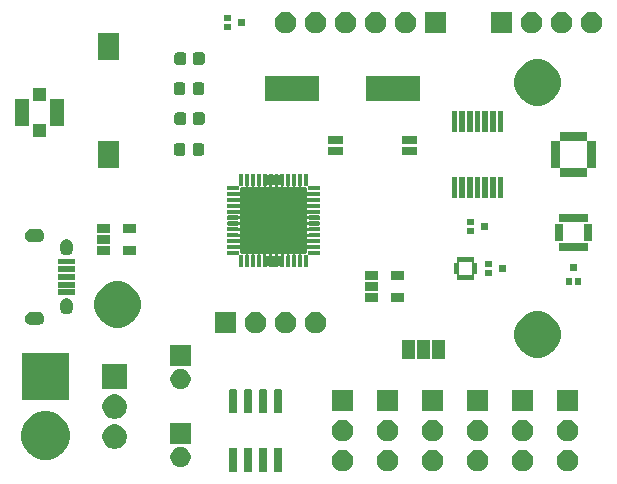
<source format=gbr>
G04 #@! TF.GenerationSoftware,KiCad,Pcbnew,(5.1.6)-1*
G04 #@! TF.CreationDate,2020-09-08T19:34:43-04:00*
G04 #@! TF.ProjectId,PayloadPrototypeBoard,5061796c-6f61-4645-9072-6f746f747970,rev?*
G04 #@! TF.SameCoordinates,Original*
G04 #@! TF.FileFunction,Soldermask,Top*
G04 #@! TF.FilePolarity,Negative*
%FSLAX46Y46*%
G04 Gerber Fmt 4.6, Leading zero omitted, Abs format (unit mm)*
G04 Created by KiCad (PCBNEW (5.1.6)-1) date 2020-09-08 19:34:43*
%MOMM*%
%LPD*%
G01*
G04 APERTURE LIST*
%ADD10C,0.100000*%
G04 APERTURE END LIST*
D10*
G36*
X46585015Y-97972323D02*
G01*
X46613106Y-97980844D01*
X46638998Y-97994684D01*
X46661692Y-98013308D01*
X46680316Y-98036002D01*
X46694156Y-98061894D01*
X46702677Y-98089985D01*
X46705800Y-98121691D01*
X46705800Y-99868309D01*
X46702677Y-99900015D01*
X46694156Y-99928106D01*
X46680316Y-99953998D01*
X46661692Y-99976692D01*
X46638998Y-99995316D01*
X46613106Y-100009156D01*
X46585015Y-100017677D01*
X46553309Y-100020800D01*
X46156691Y-100020800D01*
X46124985Y-100017677D01*
X46096894Y-100009156D01*
X46071002Y-99995316D01*
X46048308Y-99976692D01*
X46029684Y-99953998D01*
X46015844Y-99928106D01*
X46007323Y-99900015D01*
X46004200Y-99868309D01*
X46004200Y-98121691D01*
X46007323Y-98089985D01*
X46015844Y-98061894D01*
X46029684Y-98036002D01*
X46048308Y-98013308D01*
X46071002Y-97994684D01*
X46096894Y-97980844D01*
X46124985Y-97972323D01*
X46156691Y-97969200D01*
X46553309Y-97969200D01*
X46585015Y-97972323D01*
G37*
G36*
X49125015Y-97972323D02*
G01*
X49153106Y-97980844D01*
X49178998Y-97994684D01*
X49201692Y-98013308D01*
X49220316Y-98036002D01*
X49234156Y-98061894D01*
X49242677Y-98089985D01*
X49245800Y-98121691D01*
X49245800Y-99868309D01*
X49242677Y-99900015D01*
X49234156Y-99928106D01*
X49220316Y-99953998D01*
X49201692Y-99976692D01*
X49178998Y-99995316D01*
X49153106Y-100009156D01*
X49125015Y-100017677D01*
X49093309Y-100020800D01*
X48696691Y-100020800D01*
X48664985Y-100017677D01*
X48636894Y-100009156D01*
X48611002Y-99995316D01*
X48588308Y-99976692D01*
X48569684Y-99953998D01*
X48555844Y-99928106D01*
X48547323Y-99900015D01*
X48544200Y-99868309D01*
X48544200Y-98121691D01*
X48547323Y-98089985D01*
X48555844Y-98061894D01*
X48569684Y-98036002D01*
X48588308Y-98013308D01*
X48611002Y-97994684D01*
X48636894Y-97980844D01*
X48664985Y-97972323D01*
X48696691Y-97969200D01*
X49093309Y-97969200D01*
X49125015Y-97972323D01*
G37*
G36*
X50395015Y-97972323D02*
G01*
X50423106Y-97980844D01*
X50448998Y-97994684D01*
X50471692Y-98013308D01*
X50490316Y-98036002D01*
X50504156Y-98061894D01*
X50512677Y-98089985D01*
X50515800Y-98121691D01*
X50515800Y-99868309D01*
X50512677Y-99900015D01*
X50504156Y-99928106D01*
X50490316Y-99953998D01*
X50471692Y-99976692D01*
X50448998Y-99995316D01*
X50423106Y-100009156D01*
X50395015Y-100017677D01*
X50363309Y-100020800D01*
X49966691Y-100020800D01*
X49934985Y-100017677D01*
X49906894Y-100009156D01*
X49881002Y-99995316D01*
X49858308Y-99976692D01*
X49839684Y-99953998D01*
X49825844Y-99928106D01*
X49817323Y-99900015D01*
X49814200Y-99868309D01*
X49814200Y-98121691D01*
X49817323Y-98089985D01*
X49825844Y-98061894D01*
X49839684Y-98036002D01*
X49858308Y-98013308D01*
X49881002Y-97994684D01*
X49906894Y-97980844D01*
X49934985Y-97972323D01*
X49966691Y-97969200D01*
X50363309Y-97969200D01*
X50395015Y-97972323D01*
G37*
G36*
X47855015Y-97972323D02*
G01*
X47883106Y-97980844D01*
X47908998Y-97994684D01*
X47931692Y-98013308D01*
X47950316Y-98036002D01*
X47964156Y-98061894D01*
X47972677Y-98089985D01*
X47975800Y-98121691D01*
X47975800Y-99868309D01*
X47972677Y-99900015D01*
X47964156Y-99928106D01*
X47950316Y-99953998D01*
X47931692Y-99976692D01*
X47908998Y-99995316D01*
X47883106Y-100009156D01*
X47855015Y-100017677D01*
X47823309Y-100020800D01*
X47426691Y-100020800D01*
X47394985Y-100017677D01*
X47366894Y-100009156D01*
X47341002Y-99995316D01*
X47318308Y-99976692D01*
X47299684Y-99953998D01*
X47285844Y-99928106D01*
X47277323Y-99900015D01*
X47274200Y-99868309D01*
X47274200Y-98121691D01*
X47277323Y-98089985D01*
X47285844Y-98061894D01*
X47299684Y-98036002D01*
X47318308Y-98013308D01*
X47341002Y-97994684D01*
X47366894Y-97980844D01*
X47394985Y-97972323D01*
X47426691Y-97969200D01*
X47823309Y-97969200D01*
X47855015Y-97972323D01*
G37*
G36*
X63508754Y-98193817D02*
G01*
X63672689Y-98261721D01*
X63820227Y-98360303D01*
X63945697Y-98485773D01*
X64044279Y-98633311D01*
X64112183Y-98797246D01*
X64146800Y-98971279D01*
X64146800Y-99148721D01*
X64112183Y-99322754D01*
X64044279Y-99486689D01*
X63945697Y-99634227D01*
X63820227Y-99759697D01*
X63672689Y-99858279D01*
X63508754Y-99926183D01*
X63334721Y-99960800D01*
X63157279Y-99960800D01*
X62983246Y-99926183D01*
X62819311Y-99858279D01*
X62671773Y-99759697D01*
X62546303Y-99634227D01*
X62447721Y-99486689D01*
X62379817Y-99322754D01*
X62345200Y-99148721D01*
X62345200Y-98971279D01*
X62379817Y-98797246D01*
X62447721Y-98633311D01*
X62546303Y-98485773D01*
X62671773Y-98360303D01*
X62819311Y-98261721D01*
X62983246Y-98193817D01*
X63157279Y-98159200D01*
X63334721Y-98159200D01*
X63508754Y-98193817D01*
G37*
G36*
X74938754Y-98193817D02*
G01*
X75102689Y-98261721D01*
X75250227Y-98360303D01*
X75375697Y-98485773D01*
X75474279Y-98633311D01*
X75542183Y-98797246D01*
X75576800Y-98971279D01*
X75576800Y-99148721D01*
X75542183Y-99322754D01*
X75474279Y-99486689D01*
X75375697Y-99634227D01*
X75250227Y-99759697D01*
X75102689Y-99858279D01*
X74938754Y-99926183D01*
X74764721Y-99960800D01*
X74587279Y-99960800D01*
X74413246Y-99926183D01*
X74249311Y-99858279D01*
X74101773Y-99759697D01*
X73976303Y-99634227D01*
X73877721Y-99486689D01*
X73809817Y-99322754D01*
X73775200Y-99148721D01*
X73775200Y-98971279D01*
X73809817Y-98797246D01*
X73877721Y-98633311D01*
X73976303Y-98485773D01*
X74101773Y-98360303D01*
X74249311Y-98261721D01*
X74413246Y-98193817D01*
X74587279Y-98159200D01*
X74764721Y-98159200D01*
X74938754Y-98193817D01*
G37*
G36*
X71128754Y-98193817D02*
G01*
X71292689Y-98261721D01*
X71440227Y-98360303D01*
X71565697Y-98485773D01*
X71664279Y-98633311D01*
X71732183Y-98797246D01*
X71766800Y-98971279D01*
X71766800Y-99148721D01*
X71732183Y-99322754D01*
X71664279Y-99486689D01*
X71565697Y-99634227D01*
X71440227Y-99759697D01*
X71292689Y-99858279D01*
X71128754Y-99926183D01*
X70954721Y-99960800D01*
X70777279Y-99960800D01*
X70603246Y-99926183D01*
X70439311Y-99858279D01*
X70291773Y-99759697D01*
X70166303Y-99634227D01*
X70067721Y-99486689D01*
X69999817Y-99322754D01*
X69965200Y-99148721D01*
X69965200Y-98971279D01*
X69999817Y-98797246D01*
X70067721Y-98633311D01*
X70166303Y-98485773D01*
X70291773Y-98360303D01*
X70439311Y-98261721D01*
X70603246Y-98193817D01*
X70777279Y-98159200D01*
X70954721Y-98159200D01*
X71128754Y-98193817D01*
G37*
G36*
X55888754Y-98193817D02*
G01*
X56052689Y-98261721D01*
X56200227Y-98360303D01*
X56325697Y-98485773D01*
X56424279Y-98633311D01*
X56492183Y-98797246D01*
X56526800Y-98971279D01*
X56526800Y-99148721D01*
X56492183Y-99322754D01*
X56424279Y-99486689D01*
X56325697Y-99634227D01*
X56200227Y-99759697D01*
X56052689Y-99858279D01*
X55888754Y-99926183D01*
X55714721Y-99960800D01*
X55537279Y-99960800D01*
X55363246Y-99926183D01*
X55199311Y-99858279D01*
X55051773Y-99759697D01*
X54926303Y-99634227D01*
X54827721Y-99486689D01*
X54759817Y-99322754D01*
X54725200Y-99148721D01*
X54725200Y-98971279D01*
X54759817Y-98797246D01*
X54827721Y-98633311D01*
X54926303Y-98485773D01*
X55051773Y-98360303D01*
X55199311Y-98261721D01*
X55363246Y-98193817D01*
X55537279Y-98159200D01*
X55714721Y-98159200D01*
X55888754Y-98193817D01*
G37*
G36*
X59698754Y-98193817D02*
G01*
X59862689Y-98261721D01*
X60010227Y-98360303D01*
X60135697Y-98485773D01*
X60234279Y-98633311D01*
X60302183Y-98797246D01*
X60336800Y-98971279D01*
X60336800Y-99148721D01*
X60302183Y-99322754D01*
X60234279Y-99486689D01*
X60135697Y-99634227D01*
X60010227Y-99759697D01*
X59862689Y-99858279D01*
X59698754Y-99926183D01*
X59524721Y-99960800D01*
X59347279Y-99960800D01*
X59173246Y-99926183D01*
X59009311Y-99858279D01*
X58861773Y-99759697D01*
X58736303Y-99634227D01*
X58637721Y-99486689D01*
X58569817Y-99322754D01*
X58535200Y-99148721D01*
X58535200Y-98971279D01*
X58569817Y-98797246D01*
X58637721Y-98633311D01*
X58736303Y-98485773D01*
X58861773Y-98360303D01*
X59009311Y-98261721D01*
X59173246Y-98193817D01*
X59347279Y-98159200D01*
X59524721Y-98159200D01*
X59698754Y-98193817D01*
G37*
G36*
X67318754Y-98193817D02*
G01*
X67482689Y-98261721D01*
X67630227Y-98360303D01*
X67755697Y-98485773D01*
X67854279Y-98633311D01*
X67922183Y-98797246D01*
X67956800Y-98971279D01*
X67956800Y-99148721D01*
X67922183Y-99322754D01*
X67854279Y-99486689D01*
X67755697Y-99634227D01*
X67630227Y-99759697D01*
X67482689Y-99858279D01*
X67318754Y-99926183D01*
X67144721Y-99960800D01*
X66967279Y-99960800D01*
X66793246Y-99926183D01*
X66629311Y-99858279D01*
X66481773Y-99759697D01*
X66356303Y-99634227D01*
X66257721Y-99486689D01*
X66189817Y-99322754D01*
X66155200Y-99148721D01*
X66155200Y-98971279D01*
X66189817Y-98797246D01*
X66257721Y-98633311D01*
X66356303Y-98485773D01*
X66481773Y-98360303D01*
X66629311Y-98261721D01*
X66793246Y-98193817D01*
X66967279Y-98159200D01*
X67144721Y-98159200D01*
X67318754Y-98193817D01*
G37*
G36*
X42158169Y-97955895D02*
G01*
X42313005Y-98020031D01*
X42452354Y-98113140D01*
X42570860Y-98231646D01*
X42663969Y-98370995D01*
X42728105Y-98525831D01*
X42760800Y-98690203D01*
X42760800Y-98857797D01*
X42728105Y-99022169D01*
X42663969Y-99177005D01*
X42570860Y-99316354D01*
X42452354Y-99434860D01*
X42313005Y-99527969D01*
X42158169Y-99592105D01*
X41993797Y-99624800D01*
X41826203Y-99624800D01*
X41661831Y-99592105D01*
X41506995Y-99527969D01*
X41367646Y-99434860D01*
X41249140Y-99316354D01*
X41156031Y-99177005D01*
X41091895Y-99022169D01*
X41059200Y-98857797D01*
X41059200Y-98690203D01*
X41091895Y-98525831D01*
X41156031Y-98370995D01*
X41249140Y-98231646D01*
X41367646Y-98113140D01*
X41506995Y-98020031D01*
X41661831Y-97955895D01*
X41826203Y-97923200D01*
X41993797Y-97923200D01*
X42158169Y-97955895D01*
G37*
G36*
X31078197Y-94976011D02*
G01*
X31451419Y-95130604D01*
X31787310Y-95355040D01*
X32072960Y-95640690D01*
X32297396Y-95976581D01*
X32451989Y-96349803D01*
X32530800Y-96746014D01*
X32530800Y-97149986D01*
X32451989Y-97546197D01*
X32297396Y-97919419D01*
X32072960Y-98255310D01*
X31787310Y-98540960D01*
X31451419Y-98765396D01*
X31078197Y-98919989D01*
X30681986Y-98998800D01*
X30278014Y-98998800D01*
X29881803Y-98919989D01*
X29508581Y-98765396D01*
X29172690Y-98540960D01*
X28887040Y-98255310D01*
X28662604Y-97919419D01*
X28508011Y-97546197D01*
X28429200Y-97149986D01*
X28429200Y-96746014D01*
X28508011Y-96349803D01*
X28662604Y-95976581D01*
X28887040Y-95640690D01*
X29172690Y-95355040D01*
X29508581Y-95130604D01*
X29881803Y-94976011D01*
X30278014Y-94897200D01*
X30681986Y-94897200D01*
X31078197Y-94976011D01*
G37*
G36*
X36628508Y-96017582D02*
G01*
X36819741Y-96096793D01*
X36991847Y-96211791D01*
X37138209Y-96358153D01*
X37253207Y-96530259D01*
X37332418Y-96721492D01*
X37372800Y-96924505D01*
X37372800Y-97131495D01*
X37332418Y-97334508D01*
X37253207Y-97525741D01*
X37138209Y-97697847D01*
X36991847Y-97844209D01*
X36819741Y-97959207D01*
X36628508Y-98038418D01*
X36425495Y-98078800D01*
X36218505Y-98078800D01*
X36015492Y-98038418D01*
X35824259Y-97959207D01*
X35652153Y-97844209D01*
X35505791Y-97697847D01*
X35390793Y-97525741D01*
X35311582Y-97334508D01*
X35271200Y-97131495D01*
X35271200Y-96924505D01*
X35311582Y-96721492D01*
X35390793Y-96530259D01*
X35505791Y-96358153D01*
X35652153Y-96211791D01*
X35824259Y-96096793D01*
X36015492Y-96017582D01*
X36218505Y-95977200D01*
X36425495Y-95977200D01*
X36628508Y-96017582D01*
G37*
G36*
X42760800Y-97624800D02*
G01*
X41059200Y-97624800D01*
X41059200Y-95923200D01*
X42760800Y-95923200D01*
X42760800Y-97624800D01*
G37*
G36*
X55888754Y-95653817D02*
G01*
X56052689Y-95721721D01*
X56200227Y-95820303D01*
X56325697Y-95945773D01*
X56424279Y-96093311D01*
X56492183Y-96257246D01*
X56526800Y-96431279D01*
X56526800Y-96608721D01*
X56492183Y-96782754D01*
X56424279Y-96946689D01*
X56325697Y-97094227D01*
X56200227Y-97219697D01*
X56052689Y-97318279D01*
X55888754Y-97386183D01*
X55714721Y-97420800D01*
X55537279Y-97420800D01*
X55363246Y-97386183D01*
X55199311Y-97318279D01*
X55051773Y-97219697D01*
X54926303Y-97094227D01*
X54827721Y-96946689D01*
X54759817Y-96782754D01*
X54725200Y-96608721D01*
X54725200Y-96431279D01*
X54759817Y-96257246D01*
X54827721Y-96093311D01*
X54926303Y-95945773D01*
X55051773Y-95820303D01*
X55199311Y-95721721D01*
X55363246Y-95653817D01*
X55537279Y-95619200D01*
X55714721Y-95619200D01*
X55888754Y-95653817D01*
G37*
G36*
X59698754Y-95653817D02*
G01*
X59862689Y-95721721D01*
X60010227Y-95820303D01*
X60135697Y-95945773D01*
X60234279Y-96093311D01*
X60302183Y-96257246D01*
X60336800Y-96431279D01*
X60336800Y-96608721D01*
X60302183Y-96782754D01*
X60234279Y-96946689D01*
X60135697Y-97094227D01*
X60010227Y-97219697D01*
X59862689Y-97318279D01*
X59698754Y-97386183D01*
X59524721Y-97420800D01*
X59347279Y-97420800D01*
X59173246Y-97386183D01*
X59009311Y-97318279D01*
X58861773Y-97219697D01*
X58736303Y-97094227D01*
X58637721Y-96946689D01*
X58569817Y-96782754D01*
X58535200Y-96608721D01*
X58535200Y-96431279D01*
X58569817Y-96257246D01*
X58637721Y-96093311D01*
X58736303Y-95945773D01*
X58861773Y-95820303D01*
X59009311Y-95721721D01*
X59173246Y-95653817D01*
X59347279Y-95619200D01*
X59524721Y-95619200D01*
X59698754Y-95653817D01*
G37*
G36*
X63508754Y-95653817D02*
G01*
X63672689Y-95721721D01*
X63820227Y-95820303D01*
X63945697Y-95945773D01*
X64044279Y-96093311D01*
X64112183Y-96257246D01*
X64146800Y-96431279D01*
X64146800Y-96608721D01*
X64112183Y-96782754D01*
X64044279Y-96946689D01*
X63945697Y-97094227D01*
X63820227Y-97219697D01*
X63672689Y-97318279D01*
X63508754Y-97386183D01*
X63334721Y-97420800D01*
X63157279Y-97420800D01*
X62983246Y-97386183D01*
X62819311Y-97318279D01*
X62671773Y-97219697D01*
X62546303Y-97094227D01*
X62447721Y-96946689D01*
X62379817Y-96782754D01*
X62345200Y-96608721D01*
X62345200Y-96431279D01*
X62379817Y-96257246D01*
X62447721Y-96093311D01*
X62546303Y-95945773D01*
X62671773Y-95820303D01*
X62819311Y-95721721D01*
X62983246Y-95653817D01*
X63157279Y-95619200D01*
X63334721Y-95619200D01*
X63508754Y-95653817D01*
G37*
G36*
X74938754Y-95653817D02*
G01*
X75102689Y-95721721D01*
X75250227Y-95820303D01*
X75375697Y-95945773D01*
X75474279Y-96093311D01*
X75542183Y-96257246D01*
X75576800Y-96431279D01*
X75576800Y-96608721D01*
X75542183Y-96782754D01*
X75474279Y-96946689D01*
X75375697Y-97094227D01*
X75250227Y-97219697D01*
X75102689Y-97318279D01*
X74938754Y-97386183D01*
X74764721Y-97420800D01*
X74587279Y-97420800D01*
X74413246Y-97386183D01*
X74249311Y-97318279D01*
X74101773Y-97219697D01*
X73976303Y-97094227D01*
X73877721Y-96946689D01*
X73809817Y-96782754D01*
X73775200Y-96608721D01*
X73775200Y-96431279D01*
X73809817Y-96257246D01*
X73877721Y-96093311D01*
X73976303Y-95945773D01*
X74101773Y-95820303D01*
X74249311Y-95721721D01*
X74413246Y-95653817D01*
X74587279Y-95619200D01*
X74764721Y-95619200D01*
X74938754Y-95653817D01*
G37*
G36*
X67318754Y-95653817D02*
G01*
X67482689Y-95721721D01*
X67630227Y-95820303D01*
X67755697Y-95945773D01*
X67854279Y-96093311D01*
X67922183Y-96257246D01*
X67956800Y-96431279D01*
X67956800Y-96608721D01*
X67922183Y-96782754D01*
X67854279Y-96946689D01*
X67755697Y-97094227D01*
X67630227Y-97219697D01*
X67482689Y-97318279D01*
X67318754Y-97386183D01*
X67144721Y-97420800D01*
X66967279Y-97420800D01*
X66793246Y-97386183D01*
X66629311Y-97318279D01*
X66481773Y-97219697D01*
X66356303Y-97094227D01*
X66257721Y-96946689D01*
X66189817Y-96782754D01*
X66155200Y-96608721D01*
X66155200Y-96431279D01*
X66189817Y-96257246D01*
X66257721Y-96093311D01*
X66356303Y-95945773D01*
X66481773Y-95820303D01*
X66629311Y-95721721D01*
X66793246Y-95653817D01*
X66967279Y-95619200D01*
X67144721Y-95619200D01*
X67318754Y-95653817D01*
G37*
G36*
X71128754Y-95653817D02*
G01*
X71292689Y-95721721D01*
X71440227Y-95820303D01*
X71565697Y-95945773D01*
X71664279Y-96093311D01*
X71732183Y-96257246D01*
X71766800Y-96431279D01*
X71766800Y-96608721D01*
X71732183Y-96782754D01*
X71664279Y-96946689D01*
X71565697Y-97094227D01*
X71440227Y-97219697D01*
X71292689Y-97318279D01*
X71128754Y-97386183D01*
X70954721Y-97420800D01*
X70777279Y-97420800D01*
X70603246Y-97386183D01*
X70439311Y-97318279D01*
X70291773Y-97219697D01*
X70166303Y-97094227D01*
X70067721Y-96946689D01*
X69999817Y-96782754D01*
X69965200Y-96608721D01*
X69965200Y-96431279D01*
X69999817Y-96257246D01*
X70067721Y-96093311D01*
X70166303Y-95945773D01*
X70291773Y-95820303D01*
X70439311Y-95721721D01*
X70603246Y-95653817D01*
X70777279Y-95619200D01*
X70954721Y-95619200D01*
X71128754Y-95653817D01*
G37*
G36*
X36628508Y-93477582D02*
G01*
X36819741Y-93556793D01*
X36991847Y-93671791D01*
X37138209Y-93818153D01*
X37253207Y-93990259D01*
X37332418Y-94181492D01*
X37372800Y-94384505D01*
X37372800Y-94591495D01*
X37332418Y-94794508D01*
X37253207Y-94985741D01*
X37138209Y-95157847D01*
X36991847Y-95304209D01*
X36819741Y-95419207D01*
X36628508Y-95498418D01*
X36425495Y-95538800D01*
X36218505Y-95538800D01*
X36015492Y-95498418D01*
X35824259Y-95419207D01*
X35652153Y-95304209D01*
X35505791Y-95157847D01*
X35390793Y-94985741D01*
X35311582Y-94794508D01*
X35271200Y-94591495D01*
X35271200Y-94384505D01*
X35311582Y-94181492D01*
X35390793Y-93990259D01*
X35505791Y-93818153D01*
X35652153Y-93671791D01*
X35824259Y-93556793D01*
X36015492Y-93477582D01*
X36218505Y-93437200D01*
X36425495Y-93437200D01*
X36628508Y-93477582D01*
G37*
G36*
X50395015Y-93022323D02*
G01*
X50423106Y-93030844D01*
X50448998Y-93044684D01*
X50471692Y-93063308D01*
X50490316Y-93086002D01*
X50504156Y-93111894D01*
X50512677Y-93139985D01*
X50515800Y-93171691D01*
X50515800Y-94918309D01*
X50512677Y-94950015D01*
X50504156Y-94978106D01*
X50490316Y-95003998D01*
X50471692Y-95026692D01*
X50448998Y-95045316D01*
X50423106Y-95059156D01*
X50395015Y-95067677D01*
X50363309Y-95070800D01*
X49966691Y-95070800D01*
X49934985Y-95067677D01*
X49906894Y-95059156D01*
X49881002Y-95045316D01*
X49858308Y-95026692D01*
X49839684Y-95003998D01*
X49825844Y-94978106D01*
X49817323Y-94950015D01*
X49814200Y-94918309D01*
X49814200Y-93171691D01*
X49817323Y-93139985D01*
X49825844Y-93111894D01*
X49839684Y-93086002D01*
X49858308Y-93063308D01*
X49881002Y-93044684D01*
X49906894Y-93030844D01*
X49934985Y-93022323D01*
X49966691Y-93019200D01*
X50363309Y-93019200D01*
X50395015Y-93022323D01*
G37*
G36*
X49125015Y-93022323D02*
G01*
X49153106Y-93030844D01*
X49178998Y-93044684D01*
X49201692Y-93063308D01*
X49220316Y-93086002D01*
X49234156Y-93111894D01*
X49242677Y-93139985D01*
X49245800Y-93171691D01*
X49245800Y-94918309D01*
X49242677Y-94950015D01*
X49234156Y-94978106D01*
X49220316Y-95003998D01*
X49201692Y-95026692D01*
X49178998Y-95045316D01*
X49153106Y-95059156D01*
X49125015Y-95067677D01*
X49093309Y-95070800D01*
X48696691Y-95070800D01*
X48664985Y-95067677D01*
X48636894Y-95059156D01*
X48611002Y-95045316D01*
X48588308Y-95026692D01*
X48569684Y-95003998D01*
X48555844Y-94978106D01*
X48547323Y-94950015D01*
X48544200Y-94918309D01*
X48544200Y-93171691D01*
X48547323Y-93139985D01*
X48555844Y-93111894D01*
X48569684Y-93086002D01*
X48588308Y-93063308D01*
X48611002Y-93044684D01*
X48636894Y-93030844D01*
X48664985Y-93022323D01*
X48696691Y-93019200D01*
X49093309Y-93019200D01*
X49125015Y-93022323D01*
G37*
G36*
X47855015Y-93022323D02*
G01*
X47883106Y-93030844D01*
X47908998Y-93044684D01*
X47931692Y-93063308D01*
X47950316Y-93086002D01*
X47964156Y-93111894D01*
X47972677Y-93139985D01*
X47975800Y-93171691D01*
X47975800Y-94918309D01*
X47972677Y-94950015D01*
X47964156Y-94978106D01*
X47950316Y-95003998D01*
X47931692Y-95026692D01*
X47908998Y-95045316D01*
X47883106Y-95059156D01*
X47855015Y-95067677D01*
X47823309Y-95070800D01*
X47426691Y-95070800D01*
X47394985Y-95067677D01*
X47366894Y-95059156D01*
X47341002Y-95045316D01*
X47318308Y-95026692D01*
X47299684Y-95003998D01*
X47285844Y-94978106D01*
X47277323Y-94950015D01*
X47274200Y-94918309D01*
X47274200Y-93171691D01*
X47277323Y-93139985D01*
X47285844Y-93111894D01*
X47299684Y-93086002D01*
X47318308Y-93063308D01*
X47341002Y-93044684D01*
X47366894Y-93030844D01*
X47394985Y-93022323D01*
X47426691Y-93019200D01*
X47823309Y-93019200D01*
X47855015Y-93022323D01*
G37*
G36*
X46585015Y-93022323D02*
G01*
X46613106Y-93030844D01*
X46638998Y-93044684D01*
X46661692Y-93063308D01*
X46680316Y-93086002D01*
X46694156Y-93111894D01*
X46702677Y-93139985D01*
X46705800Y-93171691D01*
X46705800Y-94918309D01*
X46702677Y-94950015D01*
X46694156Y-94978106D01*
X46680316Y-95003998D01*
X46661692Y-95026692D01*
X46638998Y-95045316D01*
X46613106Y-95059156D01*
X46585015Y-95067677D01*
X46553309Y-95070800D01*
X46156691Y-95070800D01*
X46124985Y-95067677D01*
X46096894Y-95059156D01*
X46071002Y-95045316D01*
X46048308Y-95026692D01*
X46029684Y-95003998D01*
X46015844Y-94978106D01*
X46007323Y-94950015D01*
X46004200Y-94918309D01*
X46004200Y-93171691D01*
X46007323Y-93139985D01*
X46015844Y-93111894D01*
X46029684Y-93086002D01*
X46048308Y-93063308D01*
X46071002Y-93044684D01*
X46096894Y-93030844D01*
X46124985Y-93022323D01*
X46156691Y-93019200D01*
X46553309Y-93019200D01*
X46585015Y-93022323D01*
G37*
G36*
X71766800Y-94880800D02*
G01*
X69965200Y-94880800D01*
X69965200Y-93079200D01*
X71766800Y-93079200D01*
X71766800Y-94880800D01*
G37*
G36*
X75576800Y-94880800D02*
G01*
X73775200Y-94880800D01*
X73775200Y-93079200D01*
X75576800Y-93079200D01*
X75576800Y-94880800D01*
G37*
G36*
X56526800Y-94880800D02*
G01*
X54725200Y-94880800D01*
X54725200Y-93079200D01*
X56526800Y-93079200D01*
X56526800Y-94880800D01*
G37*
G36*
X60336800Y-94880800D02*
G01*
X58535200Y-94880800D01*
X58535200Y-93079200D01*
X60336800Y-93079200D01*
X60336800Y-94880800D01*
G37*
G36*
X67956800Y-94880800D02*
G01*
X66155200Y-94880800D01*
X66155200Y-93079200D01*
X67956800Y-93079200D01*
X67956800Y-94880800D01*
G37*
G36*
X64146800Y-94880800D02*
G01*
X62345200Y-94880800D01*
X62345200Y-93079200D01*
X64146800Y-93079200D01*
X64146800Y-94880800D01*
G37*
G36*
X32430800Y-93898800D02*
G01*
X28529200Y-93898800D01*
X28529200Y-89997200D01*
X32430800Y-89997200D01*
X32430800Y-93898800D01*
G37*
G36*
X42158169Y-91351895D02*
G01*
X42313005Y-91416031D01*
X42452354Y-91509140D01*
X42570860Y-91627646D01*
X42663969Y-91766995D01*
X42728105Y-91921831D01*
X42760800Y-92086203D01*
X42760800Y-92253797D01*
X42728105Y-92418169D01*
X42663969Y-92573005D01*
X42570860Y-92712354D01*
X42452354Y-92830860D01*
X42313005Y-92923969D01*
X42158169Y-92988105D01*
X41993797Y-93020800D01*
X41826203Y-93020800D01*
X41661831Y-92988105D01*
X41506995Y-92923969D01*
X41367646Y-92830860D01*
X41249140Y-92712354D01*
X41156031Y-92573005D01*
X41091895Y-92418169D01*
X41059200Y-92253797D01*
X41059200Y-92086203D01*
X41091895Y-91921831D01*
X41156031Y-91766995D01*
X41249140Y-91627646D01*
X41367646Y-91509140D01*
X41506995Y-91416031D01*
X41661831Y-91351895D01*
X41826203Y-91319200D01*
X41993797Y-91319200D01*
X42158169Y-91351895D01*
G37*
G36*
X37372800Y-92998800D02*
G01*
X35271200Y-92998800D01*
X35271200Y-90897200D01*
X37372800Y-90897200D01*
X37372800Y-92998800D01*
G37*
G36*
X42760800Y-91020800D02*
G01*
X41059200Y-91020800D01*
X41059200Y-89319200D01*
X42760800Y-89319200D01*
X42760800Y-91020800D01*
G37*
G36*
X61734800Y-90462800D02*
G01*
X60633200Y-90462800D01*
X60633200Y-88861200D01*
X61734800Y-88861200D01*
X61734800Y-90462800D01*
G37*
G36*
X63034800Y-90462800D02*
G01*
X61933200Y-90462800D01*
X61933200Y-88861200D01*
X63034800Y-88861200D01*
X63034800Y-90462800D01*
G37*
G36*
X64334800Y-90462800D02*
G01*
X63233200Y-90462800D01*
X63233200Y-88861200D01*
X64334800Y-88861200D01*
X64334800Y-90462800D01*
G37*
G36*
X72705028Y-86516168D02*
G01*
X73060051Y-86663223D01*
X73379564Y-86876715D01*
X73651285Y-87148436D01*
X73864777Y-87467949D01*
X74011832Y-87822972D01*
X74086800Y-88199863D01*
X74086800Y-88584137D01*
X74011832Y-88961028D01*
X73864777Y-89316051D01*
X73651285Y-89635564D01*
X73379564Y-89907285D01*
X73060051Y-90120777D01*
X72705028Y-90267832D01*
X72328137Y-90342800D01*
X71943863Y-90342800D01*
X71566972Y-90267832D01*
X71211949Y-90120777D01*
X70892436Y-89907285D01*
X70620715Y-89635564D01*
X70407223Y-89316051D01*
X70260168Y-88961028D01*
X70185200Y-88584137D01*
X70185200Y-88199863D01*
X70260168Y-87822972D01*
X70407223Y-87467949D01*
X70620715Y-87148436D01*
X70892436Y-86876715D01*
X71211949Y-86663223D01*
X71566972Y-86516168D01*
X71943863Y-86441200D01*
X72328137Y-86441200D01*
X72705028Y-86516168D01*
G37*
G36*
X46620800Y-88276800D02*
G01*
X44819200Y-88276800D01*
X44819200Y-86475200D01*
X46620800Y-86475200D01*
X46620800Y-88276800D01*
G37*
G36*
X48522754Y-86509817D02*
G01*
X48686689Y-86577721D01*
X48834227Y-86676303D01*
X48959697Y-86801773D01*
X49058279Y-86949311D01*
X49126183Y-87113246D01*
X49160800Y-87287279D01*
X49160800Y-87464721D01*
X49126183Y-87638754D01*
X49058279Y-87802689D01*
X48959697Y-87950227D01*
X48834227Y-88075697D01*
X48686689Y-88174279D01*
X48522754Y-88242183D01*
X48348721Y-88276800D01*
X48171279Y-88276800D01*
X47997246Y-88242183D01*
X47833311Y-88174279D01*
X47685773Y-88075697D01*
X47560303Y-87950227D01*
X47461721Y-87802689D01*
X47393817Y-87638754D01*
X47359200Y-87464721D01*
X47359200Y-87287279D01*
X47393817Y-87113246D01*
X47461721Y-86949311D01*
X47560303Y-86801773D01*
X47685773Y-86676303D01*
X47833311Y-86577721D01*
X47997246Y-86509817D01*
X48171279Y-86475200D01*
X48348721Y-86475200D01*
X48522754Y-86509817D01*
G37*
G36*
X51062754Y-86509817D02*
G01*
X51226689Y-86577721D01*
X51374227Y-86676303D01*
X51499697Y-86801773D01*
X51598279Y-86949311D01*
X51666183Y-87113246D01*
X51700800Y-87287279D01*
X51700800Y-87464721D01*
X51666183Y-87638754D01*
X51598279Y-87802689D01*
X51499697Y-87950227D01*
X51374227Y-88075697D01*
X51226689Y-88174279D01*
X51062754Y-88242183D01*
X50888721Y-88276800D01*
X50711279Y-88276800D01*
X50537246Y-88242183D01*
X50373311Y-88174279D01*
X50225773Y-88075697D01*
X50100303Y-87950227D01*
X50001721Y-87802689D01*
X49933817Y-87638754D01*
X49899200Y-87464721D01*
X49899200Y-87287279D01*
X49933817Y-87113246D01*
X50001721Y-86949311D01*
X50100303Y-86801773D01*
X50225773Y-86676303D01*
X50373311Y-86577721D01*
X50537246Y-86509817D01*
X50711279Y-86475200D01*
X50888721Y-86475200D01*
X51062754Y-86509817D01*
G37*
G36*
X53602754Y-86509817D02*
G01*
X53766689Y-86577721D01*
X53914227Y-86676303D01*
X54039697Y-86801773D01*
X54138279Y-86949311D01*
X54206183Y-87113246D01*
X54240800Y-87287279D01*
X54240800Y-87464721D01*
X54206183Y-87638754D01*
X54138279Y-87802689D01*
X54039697Y-87950227D01*
X53914227Y-88075697D01*
X53766689Y-88174279D01*
X53602754Y-88242183D01*
X53428721Y-88276800D01*
X53251279Y-88276800D01*
X53077246Y-88242183D01*
X52913311Y-88174279D01*
X52765773Y-88075697D01*
X52640303Y-87950227D01*
X52541721Y-87802689D01*
X52473817Y-87638754D01*
X52439200Y-87464721D01*
X52439200Y-87287279D01*
X52473817Y-87113246D01*
X52541721Y-86949311D01*
X52640303Y-86801773D01*
X52765773Y-86676303D01*
X52913311Y-86577721D01*
X53077246Y-86509817D01*
X53251279Y-86475200D01*
X53428721Y-86475200D01*
X53602754Y-86509817D01*
G37*
G36*
X37145028Y-83976168D02*
G01*
X37500051Y-84123223D01*
X37819564Y-84336715D01*
X38091285Y-84608436D01*
X38304777Y-84927949D01*
X38451832Y-85282972D01*
X38526800Y-85659863D01*
X38526800Y-86044137D01*
X38451832Y-86421028D01*
X38304777Y-86776051D01*
X38091285Y-87095564D01*
X37819564Y-87367285D01*
X37500051Y-87580777D01*
X37145028Y-87727832D01*
X36768137Y-87802800D01*
X36383863Y-87802800D01*
X36006972Y-87727832D01*
X35651949Y-87580777D01*
X35332436Y-87367285D01*
X35060715Y-87095564D01*
X34847223Y-86776051D01*
X34700168Y-86421028D01*
X34625200Y-86044137D01*
X34625200Y-85659863D01*
X34700168Y-85282972D01*
X34847223Y-84927949D01*
X35060715Y-84608436D01*
X35332436Y-84336715D01*
X35651949Y-84123223D01*
X36006972Y-83976168D01*
X36383863Y-83901200D01*
X36768137Y-83901200D01*
X37145028Y-83976168D01*
G37*
G36*
X29875758Y-86460746D02*
G01*
X29940970Y-86467169D01*
X29940972Y-86467170D01*
X29940976Y-86467170D01*
X30044802Y-86498665D01*
X30140489Y-86549811D01*
X30224359Y-86618641D01*
X30293189Y-86702511D01*
X30344335Y-86798198D01*
X30375830Y-86902024D01*
X30375830Y-86902028D01*
X30375831Y-86902030D01*
X30386465Y-87010000D01*
X30378038Y-87095564D01*
X30375830Y-87117976D01*
X30344335Y-87221802D01*
X30293189Y-87317489D01*
X30224359Y-87401359D01*
X30140489Y-87470189D01*
X30044802Y-87521335D01*
X29940976Y-87552830D01*
X29940972Y-87552830D01*
X29940970Y-87552831D01*
X29875758Y-87559254D01*
X29860057Y-87560800D01*
X29255943Y-87560800D01*
X29240242Y-87559254D01*
X29175030Y-87552831D01*
X29175028Y-87552830D01*
X29175024Y-87552830D01*
X29071198Y-87521335D01*
X28975511Y-87470189D01*
X28891641Y-87401359D01*
X28822811Y-87317489D01*
X28771665Y-87221802D01*
X28740170Y-87117976D01*
X28737963Y-87095564D01*
X28729535Y-87010000D01*
X28740169Y-86902030D01*
X28740170Y-86902028D01*
X28740170Y-86902024D01*
X28771665Y-86798198D01*
X28822811Y-86702511D01*
X28891641Y-86618641D01*
X28975511Y-86549811D01*
X29071198Y-86498665D01*
X29175024Y-86467170D01*
X29175028Y-86467170D01*
X29175030Y-86467169D01*
X29240242Y-86460746D01*
X29255943Y-86459200D01*
X29860057Y-86459200D01*
X29875758Y-86460746D01*
G37*
G36*
X32361075Y-85341808D02*
G01*
X32460188Y-85371874D01*
X32551532Y-85420698D01*
X32631596Y-85486404D01*
X32697302Y-85566468D01*
X32746126Y-85657813D01*
X32776192Y-85756926D01*
X32783800Y-85834171D01*
X32783800Y-86185830D01*
X32776192Y-86263075D01*
X32746126Y-86362188D01*
X32697302Y-86453532D01*
X32631596Y-86533596D01*
X32551532Y-86599302D01*
X32460187Y-86648126D01*
X32361074Y-86678192D01*
X32258000Y-86688344D01*
X32154925Y-86678192D01*
X32055812Y-86648126D01*
X31964468Y-86599302D01*
X31884404Y-86533596D01*
X31818698Y-86453532D01*
X31769874Y-86362187D01*
X31739808Y-86263074D01*
X31732200Y-86185829D01*
X31732200Y-85834170D01*
X31739808Y-85756925D01*
X31758908Y-85693962D01*
X31769874Y-85657813D01*
X31794287Y-85612140D01*
X31818699Y-85566468D01*
X31884405Y-85486404D01*
X31964469Y-85420698D01*
X32055813Y-85371874D01*
X32154926Y-85341808D01*
X32258000Y-85331656D01*
X32361075Y-85341808D01*
G37*
G36*
X60862800Y-85653800D02*
G01*
X59701200Y-85653800D01*
X59701200Y-84902200D01*
X60862800Y-84902200D01*
X60862800Y-85653800D01*
G37*
G36*
X58662800Y-85653800D02*
G01*
X57501200Y-85653800D01*
X57501200Y-84902200D01*
X58662800Y-84902200D01*
X58662800Y-85653800D01*
G37*
G36*
X32983800Y-85060800D02*
G01*
X31532200Y-85060800D01*
X31532200Y-84559200D01*
X32983800Y-84559200D01*
X32983800Y-85060800D01*
G37*
G36*
X58662800Y-84703800D02*
G01*
X57501200Y-84703800D01*
X57501200Y-83952200D01*
X58662800Y-83952200D01*
X58662800Y-84703800D01*
G37*
G36*
X32983800Y-84410800D02*
G01*
X31532200Y-84410800D01*
X31532200Y-83909200D01*
X32983800Y-83909200D01*
X32983800Y-84410800D01*
G37*
G36*
X75834800Y-84162800D02*
G01*
X75333200Y-84162800D01*
X75333200Y-83611200D01*
X75834800Y-83611200D01*
X75834800Y-84162800D01*
G37*
G36*
X75034800Y-84162800D02*
G01*
X74533200Y-84162800D01*
X74533200Y-83611200D01*
X75034800Y-83611200D01*
X75034800Y-84162800D01*
G37*
G36*
X66765800Y-82262401D02*
G01*
X66766776Y-82272311D01*
X66769667Y-82281841D01*
X66774361Y-82290623D01*
X66780679Y-82298321D01*
X66788377Y-82304639D01*
X66797159Y-82309333D01*
X66806689Y-82312224D01*
X66816599Y-82313200D01*
X67030800Y-82313200D01*
X67030800Y-83294800D01*
X66816599Y-83294800D01*
X66806689Y-83295776D01*
X66797159Y-83298667D01*
X66788377Y-83303361D01*
X66780679Y-83309679D01*
X66774361Y-83317377D01*
X66769667Y-83326159D01*
X66766776Y-83335689D01*
X66765800Y-83345599D01*
X66765800Y-83809800D01*
X65314200Y-83809800D01*
X65314200Y-83345599D01*
X65313224Y-83335689D01*
X65310333Y-83326159D01*
X65305639Y-83317377D01*
X65299321Y-83309679D01*
X65291623Y-83303361D01*
X65282841Y-83298667D01*
X65273311Y-83295776D01*
X65263401Y-83294800D01*
X65049200Y-83294800D01*
X65049200Y-82330599D01*
X65500800Y-82330599D01*
X65500800Y-83277401D01*
X65501776Y-83287311D01*
X65504667Y-83296841D01*
X65509361Y-83305623D01*
X65515679Y-83313321D01*
X65523377Y-83319639D01*
X65532159Y-83324333D01*
X65541689Y-83327224D01*
X65551599Y-83328200D01*
X66528401Y-83328200D01*
X66538311Y-83327224D01*
X66547841Y-83324333D01*
X66556623Y-83319639D01*
X66564321Y-83313321D01*
X66570639Y-83305623D01*
X66575333Y-83296841D01*
X66578224Y-83287311D01*
X66579200Y-83277401D01*
X66579200Y-82330599D01*
X66578224Y-82320689D01*
X66575333Y-82311159D01*
X66570639Y-82302377D01*
X66564321Y-82294679D01*
X66556623Y-82288361D01*
X66547841Y-82283667D01*
X66538311Y-82280776D01*
X66528401Y-82279800D01*
X65551599Y-82279800D01*
X65541689Y-82280776D01*
X65532159Y-82283667D01*
X65523377Y-82288361D01*
X65515679Y-82294679D01*
X65509361Y-82302377D01*
X65504667Y-82311159D01*
X65501776Y-82320689D01*
X65500800Y-82330599D01*
X65049200Y-82330599D01*
X65049200Y-82313200D01*
X65263401Y-82313200D01*
X65273311Y-82312224D01*
X65282841Y-82309333D01*
X65291623Y-82304639D01*
X65299321Y-82298321D01*
X65305639Y-82290623D01*
X65310333Y-82281841D01*
X65313224Y-82272311D01*
X65314200Y-82262401D01*
X65314200Y-81798200D01*
X66765800Y-81798200D01*
X66765800Y-82262401D01*
G37*
G36*
X32983800Y-83760800D02*
G01*
X31532200Y-83760800D01*
X31532200Y-83259200D01*
X32983800Y-83259200D01*
X32983800Y-83760800D01*
G37*
G36*
X60862800Y-83753800D02*
G01*
X59701200Y-83753800D01*
X59701200Y-83002200D01*
X60862800Y-83002200D01*
X60862800Y-83753800D01*
G37*
G36*
X58662800Y-83753800D02*
G01*
X57501200Y-83753800D01*
X57501200Y-83002200D01*
X58662800Y-83002200D01*
X58662800Y-83753800D01*
G37*
G36*
X68280800Y-83454800D02*
G01*
X67729200Y-83454800D01*
X67729200Y-82953200D01*
X68280800Y-82953200D01*
X68280800Y-83454800D01*
G37*
G36*
X32983800Y-83110800D02*
G01*
X31532200Y-83110800D01*
X31532200Y-82609200D01*
X32983800Y-82609200D01*
X32983800Y-83110800D01*
G37*
G36*
X69430800Y-83104800D02*
G01*
X68879200Y-83104800D01*
X68879200Y-82503200D01*
X69430800Y-82503200D01*
X69430800Y-83104800D01*
G37*
G36*
X75484800Y-83012800D02*
G01*
X74883200Y-83012800D01*
X74883200Y-82461200D01*
X75484800Y-82461200D01*
X75484800Y-83012800D01*
G37*
G36*
X47659444Y-74815641D02*
G01*
X47671124Y-74819184D01*
X47681886Y-74824937D01*
X47691320Y-74832680D01*
X47699063Y-74842114D01*
X47704816Y-74852876D01*
X47708359Y-74864556D01*
X47709800Y-74879191D01*
X47709800Y-75725809D01*
X47708359Y-75740444D01*
X47704816Y-75752124D01*
X47699063Y-75762886D01*
X47691320Y-75772320D01*
X47681886Y-75780063D01*
X47671126Y-75785815D01*
X47658024Y-75789789D01*
X47648824Y-75793600D01*
X47640544Y-75799132D01*
X47633502Y-75806174D01*
X47627970Y-75814454D01*
X47624159Y-75823654D01*
X47622216Y-75833421D01*
X47622216Y-75843379D01*
X47624158Y-75853147D01*
X47627969Y-75862347D01*
X47633501Y-75870627D01*
X47640543Y-75877669D01*
X47648823Y-75883201D01*
X47658023Y-75887012D01*
X47667790Y-75888955D01*
X47672770Y-75889200D01*
X47895230Y-75889200D01*
X47905140Y-75888224D01*
X47914670Y-75885333D01*
X47923452Y-75880639D01*
X47931150Y-75874321D01*
X47937468Y-75866623D01*
X47942162Y-75857841D01*
X47945053Y-75848311D01*
X47946029Y-75838401D01*
X47945053Y-75828491D01*
X47942162Y-75818961D01*
X47937468Y-75810179D01*
X47931150Y-75802481D01*
X47923452Y-75796163D01*
X47914670Y-75791469D01*
X47909976Y-75789789D01*
X47896874Y-75785815D01*
X47886114Y-75780063D01*
X47876680Y-75772320D01*
X47868937Y-75762886D01*
X47863184Y-75752124D01*
X47859641Y-75740444D01*
X47858200Y-75725809D01*
X47858200Y-74879191D01*
X47859641Y-74864556D01*
X47863184Y-74852876D01*
X47868937Y-74842114D01*
X47876680Y-74832680D01*
X47886114Y-74824937D01*
X47896876Y-74819184D01*
X47908556Y-74815641D01*
X47923191Y-74814200D01*
X48144809Y-74814200D01*
X48159444Y-74815641D01*
X48171124Y-74819184D01*
X48181886Y-74824937D01*
X48191320Y-74832680D01*
X48199063Y-74842114D01*
X48204816Y-74852876D01*
X48208359Y-74864556D01*
X48209800Y-74879191D01*
X48209800Y-75725809D01*
X48208359Y-75740444D01*
X48204816Y-75752124D01*
X48199063Y-75762886D01*
X48191320Y-75772320D01*
X48181886Y-75780063D01*
X48171126Y-75785815D01*
X48158024Y-75789789D01*
X48148824Y-75793600D01*
X48140544Y-75799132D01*
X48133502Y-75806174D01*
X48127970Y-75814454D01*
X48124159Y-75823654D01*
X48122216Y-75833421D01*
X48122216Y-75843379D01*
X48124158Y-75853147D01*
X48127969Y-75862347D01*
X48133501Y-75870627D01*
X48140543Y-75877669D01*
X48148823Y-75883201D01*
X48158023Y-75887012D01*
X48167790Y-75888955D01*
X48172770Y-75889200D01*
X48395230Y-75889200D01*
X48405140Y-75888224D01*
X48414670Y-75885333D01*
X48423452Y-75880639D01*
X48431150Y-75874321D01*
X48437468Y-75866623D01*
X48442162Y-75857841D01*
X48445053Y-75848311D01*
X48446029Y-75838401D01*
X48445053Y-75828491D01*
X48442162Y-75818961D01*
X48437468Y-75810179D01*
X48431150Y-75802481D01*
X48423452Y-75796163D01*
X48414670Y-75791469D01*
X48409976Y-75789789D01*
X48396874Y-75785815D01*
X48386114Y-75780063D01*
X48376680Y-75772320D01*
X48368937Y-75762886D01*
X48363184Y-75752124D01*
X48359641Y-75740444D01*
X48358200Y-75725809D01*
X48358200Y-74879191D01*
X48359641Y-74864556D01*
X48363184Y-74852876D01*
X48368937Y-74842114D01*
X48376680Y-74832680D01*
X48386114Y-74824937D01*
X48396876Y-74819184D01*
X48408556Y-74815641D01*
X48423191Y-74814200D01*
X48644809Y-74814200D01*
X48659444Y-74815641D01*
X48671124Y-74819184D01*
X48681886Y-74824937D01*
X48691320Y-74832680D01*
X48699063Y-74842114D01*
X48704816Y-74852876D01*
X48708359Y-74864556D01*
X48709800Y-74879191D01*
X48709800Y-75725809D01*
X48708359Y-75740444D01*
X48704816Y-75752124D01*
X48699063Y-75762886D01*
X48691320Y-75772320D01*
X48681886Y-75780063D01*
X48671126Y-75785815D01*
X48658024Y-75789789D01*
X48648824Y-75793600D01*
X48640544Y-75799132D01*
X48633502Y-75806174D01*
X48627970Y-75814454D01*
X48624159Y-75823654D01*
X48622216Y-75833421D01*
X48622216Y-75843379D01*
X48624158Y-75853147D01*
X48627969Y-75862347D01*
X48633501Y-75870627D01*
X48640543Y-75877669D01*
X48648823Y-75883201D01*
X48658023Y-75887012D01*
X48667790Y-75888955D01*
X48672770Y-75889200D01*
X48895230Y-75889200D01*
X48905140Y-75888224D01*
X48914670Y-75885333D01*
X48923452Y-75880639D01*
X48931150Y-75874321D01*
X48937468Y-75866623D01*
X48942162Y-75857841D01*
X48945053Y-75848311D01*
X48946029Y-75838401D01*
X48945053Y-75828491D01*
X48942162Y-75818961D01*
X48937468Y-75810179D01*
X48931150Y-75802481D01*
X48923452Y-75796163D01*
X48914670Y-75791469D01*
X48909976Y-75789789D01*
X48896874Y-75785815D01*
X48886114Y-75780063D01*
X48876680Y-75772320D01*
X48868937Y-75762886D01*
X48863184Y-75752124D01*
X48859641Y-75740444D01*
X48858200Y-75725809D01*
X48858200Y-74879191D01*
X48859641Y-74864556D01*
X48863184Y-74852876D01*
X48868937Y-74842114D01*
X48876680Y-74832680D01*
X48886114Y-74824937D01*
X48896876Y-74819184D01*
X48908556Y-74815641D01*
X48923191Y-74814200D01*
X49144809Y-74814200D01*
X49159444Y-74815641D01*
X49171124Y-74819184D01*
X49181886Y-74824937D01*
X49191320Y-74832680D01*
X49199063Y-74842114D01*
X49204816Y-74852876D01*
X49208359Y-74864556D01*
X49209800Y-74879191D01*
X49209800Y-75725809D01*
X49208359Y-75740444D01*
X49204816Y-75752124D01*
X49199063Y-75762886D01*
X49191320Y-75772320D01*
X49181886Y-75780063D01*
X49171126Y-75785815D01*
X49158024Y-75789789D01*
X49148824Y-75793600D01*
X49140544Y-75799132D01*
X49133502Y-75806174D01*
X49127970Y-75814454D01*
X49124159Y-75823654D01*
X49122216Y-75833421D01*
X49122216Y-75843379D01*
X49124158Y-75853147D01*
X49127969Y-75862347D01*
X49133501Y-75870627D01*
X49140543Y-75877669D01*
X49148823Y-75883201D01*
X49158023Y-75887012D01*
X49167790Y-75888955D01*
X49172770Y-75889200D01*
X49395230Y-75889200D01*
X49405140Y-75888224D01*
X49414670Y-75885333D01*
X49423452Y-75880639D01*
X49431150Y-75874321D01*
X49437468Y-75866623D01*
X49442162Y-75857841D01*
X49445053Y-75848311D01*
X49446029Y-75838401D01*
X49445053Y-75828491D01*
X49442162Y-75818961D01*
X49437468Y-75810179D01*
X49431150Y-75802481D01*
X49423452Y-75796163D01*
X49414670Y-75791469D01*
X49409976Y-75789789D01*
X49396874Y-75785815D01*
X49386114Y-75780063D01*
X49376680Y-75772320D01*
X49368937Y-75762886D01*
X49363184Y-75752124D01*
X49359641Y-75740444D01*
X49358200Y-75725809D01*
X49358200Y-74879191D01*
X49359641Y-74864556D01*
X49363184Y-74852876D01*
X49368937Y-74842114D01*
X49376680Y-74832680D01*
X49386114Y-74824937D01*
X49396876Y-74819184D01*
X49408556Y-74815641D01*
X49423191Y-74814200D01*
X49644809Y-74814200D01*
X49659444Y-74815641D01*
X49671124Y-74819184D01*
X49681886Y-74824937D01*
X49691320Y-74832680D01*
X49699063Y-74842114D01*
X49704816Y-74852876D01*
X49708359Y-74864556D01*
X49709800Y-74879191D01*
X49709800Y-75725809D01*
X49708359Y-75740444D01*
X49704816Y-75752124D01*
X49699063Y-75762886D01*
X49691320Y-75772320D01*
X49681886Y-75780063D01*
X49671126Y-75785815D01*
X49658024Y-75789789D01*
X49648824Y-75793600D01*
X49640544Y-75799132D01*
X49633502Y-75806174D01*
X49627970Y-75814454D01*
X49624159Y-75823654D01*
X49622216Y-75833421D01*
X49622216Y-75843379D01*
X49624158Y-75853147D01*
X49627969Y-75862347D01*
X49633501Y-75870627D01*
X49640543Y-75877669D01*
X49648823Y-75883201D01*
X49658023Y-75887012D01*
X49667790Y-75888955D01*
X49672770Y-75889200D01*
X49895230Y-75889200D01*
X49905140Y-75888224D01*
X49914670Y-75885333D01*
X49923452Y-75880639D01*
X49931150Y-75874321D01*
X49937468Y-75866623D01*
X49942162Y-75857841D01*
X49945053Y-75848311D01*
X49946029Y-75838401D01*
X49945053Y-75828491D01*
X49942162Y-75818961D01*
X49937468Y-75810179D01*
X49931150Y-75802481D01*
X49923452Y-75796163D01*
X49914670Y-75791469D01*
X49909976Y-75789789D01*
X49896874Y-75785815D01*
X49886114Y-75780063D01*
X49876680Y-75772320D01*
X49868937Y-75762886D01*
X49863184Y-75752124D01*
X49859641Y-75740444D01*
X49858200Y-75725809D01*
X49858200Y-74879191D01*
X49859641Y-74864556D01*
X49863184Y-74852876D01*
X49868937Y-74842114D01*
X49876680Y-74832680D01*
X49886114Y-74824937D01*
X49896876Y-74819184D01*
X49908556Y-74815641D01*
X49923191Y-74814200D01*
X50144809Y-74814200D01*
X50159444Y-74815641D01*
X50171124Y-74819184D01*
X50181886Y-74824937D01*
X50191320Y-74832680D01*
X50199063Y-74842114D01*
X50204816Y-74852876D01*
X50208359Y-74864556D01*
X50209800Y-74879191D01*
X50209800Y-75725809D01*
X50208359Y-75740444D01*
X50204816Y-75752124D01*
X50199063Y-75762886D01*
X50191320Y-75772320D01*
X50181886Y-75780063D01*
X50171126Y-75785815D01*
X50158024Y-75789789D01*
X50148824Y-75793600D01*
X50140544Y-75799132D01*
X50133502Y-75806174D01*
X50127970Y-75814454D01*
X50124159Y-75823654D01*
X50122216Y-75833421D01*
X50122216Y-75843379D01*
X50124158Y-75853147D01*
X50127969Y-75862347D01*
X50133501Y-75870627D01*
X50140543Y-75877669D01*
X50148823Y-75883201D01*
X50158023Y-75887012D01*
X50167790Y-75888955D01*
X50172770Y-75889200D01*
X50395230Y-75889200D01*
X50405140Y-75888224D01*
X50414670Y-75885333D01*
X50423452Y-75880639D01*
X50431150Y-75874321D01*
X50437468Y-75866623D01*
X50442162Y-75857841D01*
X50445053Y-75848311D01*
X50446029Y-75838401D01*
X50445053Y-75828491D01*
X50442162Y-75818961D01*
X50437468Y-75810179D01*
X50431150Y-75802481D01*
X50423452Y-75796163D01*
X50414670Y-75791469D01*
X50409976Y-75789789D01*
X50396874Y-75785815D01*
X50386114Y-75780063D01*
X50376680Y-75772320D01*
X50368937Y-75762886D01*
X50363184Y-75752124D01*
X50359641Y-75740444D01*
X50358200Y-75725809D01*
X50358200Y-74879191D01*
X50359641Y-74864556D01*
X50363184Y-74852876D01*
X50368937Y-74842114D01*
X50376680Y-74832680D01*
X50386114Y-74824937D01*
X50396876Y-74819184D01*
X50408556Y-74815641D01*
X50423191Y-74814200D01*
X50644809Y-74814200D01*
X50659444Y-74815641D01*
X50671124Y-74819184D01*
X50681886Y-74824937D01*
X50691320Y-74832680D01*
X50699063Y-74842114D01*
X50704816Y-74852876D01*
X50708359Y-74864556D01*
X50709800Y-74879191D01*
X50709800Y-75725809D01*
X50708359Y-75740444D01*
X50704816Y-75752124D01*
X50699063Y-75762886D01*
X50691320Y-75772320D01*
X50681886Y-75780063D01*
X50671126Y-75785815D01*
X50658024Y-75789789D01*
X50648824Y-75793600D01*
X50640544Y-75799132D01*
X50633502Y-75806174D01*
X50627970Y-75814454D01*
X50624159Y-75823654D01*
X50622216Y-75833421D01*
X50622216Y-75843379D01*
X50624158Y-75853147D01*
X50627969Y-75862347D01*
X50633501Y-75870627D01*
X50640543Y-75877669D01*
X50648823Y-75883201D01*
X50658023Y-75887012D01*
X50667790Y-75888955D01*
X50672770Y-75889200D01*
X50895230Y-75889200D01*
X50905140Y-75888224D01*
X50914670Y-75885333D01*
X50923452Y-75880639D01*
X50931150Y-75874321D01*
X50937468Y-75866623D01*
X50942162Y-75857841D01*
X50945053Y-75848311D01*
X50946029Y-75838401D01*
X50945053Y-75828491D01*
X50942162Y-75818961D01*
X50937468Y-75810179D01*
X50931150Y-75802481D01*
X50923452Y-75796163D01*
X50914670Y-75791469D01*
X50909976Y-75789789D01*
X50896874Y-75785815D01*
X50886114Y-75780063D01*
X50876680Y-75772320D01*
X50868937Y-75762886D01*
X50863184Y-75752124D01*
X50859641Y-75740444D01*
X50858200Y-75725809D01*
X50858200Y-74879191D01*
X50859641Y-74864556D01*
X50863184Y-74852876D01*
X50868937Y-74842114D01*
X50876680Y-74832680D01*
X50886114Y-74824937D01*
X50896876Y-74819184D01*
X50908556Y-74815641D01*
X50923191Y-74814200D01*
X51144809Y-74814200D01*
X51159444Y-74815641D01*
X51171124Y-74819184D01*
X51181886Y-74824937D01*
X51191320Y-74832680D01*
X51199063Y-74842114D01*
X51204816Y-74852876D01*
X51208359Y-74864556D01*
X51209800Y-74879191D01*
X51209800Y-75725809D01*
X51208359Y-75740444D01*
X51204816Y-75752124D01*
X51199063Y-75762886D01*
X51191320Y-75772320D01*
X51181886Y-75780063D01*
X51171126Y-75785815D01*
X51158024Y-75789789D01*
X51148824Y-75793600D01*
X51140544Y-75799132D01*
X51133502Y-75806174D01*
X51127970Y-75814454D01*
X51124159Y-75823654D01*
X51122216Y-75833421D01*
X51122216Y-75843379D01*
X51124158Y-75853147D01*
X51127969Y-75862347D01*
X51133501Y-75870627D01*
X51140543Y-75877669D01*
X51148823Y-75883201D01*
X51158023Y-75887012D01*
X51167790Y-75888955D01*
X51172770Y-75889200D01*
X51395230Y-75889200D01*
X51405140Y-75888224D01*
X51414670Y-75885333D01*
X51423452Y-75880639D01*
X51431150Y-75874321D01*
X51437468Y-75866623D01*
X51442162Y-75857841D01*
X51445053Y-75848311D01*
X51446029Y-75838401D01*
X51445053Y-75828491D01*
X51442162Y-75818961D01*
X51437468Y-75810179D01*
X51431150Y-75802481D01*
X51423452Y-75796163D01*
X51414670Y-75791469D01*
X51409976Y-75789789D01*
X51396874Y-75785815D01*
X51386114Y-75780063D01*
X51376680Y-75772320D01*
X51368937Y-75762886D01*
X51363184Y-75752124D01*
X51359641Y-75740444D01*
X51358200Y-75725809D01*
X51358200Y-74879191D01*
X51359641Y-74864556D01*
X51363184Y-74852876D01*
X51368937Y-74842114D01*
X51376680Y-74832680D01*
X51386114Y-74824937D01*
X51396876Y-74819184D01*
X51408556Y-74815641D01*
X51423191Y-74814200D01*
X51644809Y-74814200D01*
X51659444Y-74815641D01*
X51671124Y-74819184D01*
X51681886Y-74824937D01*
X51691320Y-74832680D01*
X51699063Y-74842114D01*
X51704816Y-74852876D01*
X51708359Y-74864556D01*
X51709800Y-74879191D01*
X51709800Y-75725809D01*
X51708359Y-75740444D01*
X51704816Y-75752124D01*
X51699063Y-75762886D01*
X51691320Y-75772320D01*
X51681886Y-75780063D01*
X51671126Y-75785815D01*
X51658024Y-75789789D01*
X51648824Y-75793600D01*
X51640544Y-75799132D01*
X51633502Y-75806174D01*
X51627970Y-75814454D01*
X51624159Y-75823654D01*
X51622216Y-75833421D01*
X51622216Y-75843379D01*
X51624158Y-75853147D01*
X51627969Y-75862347D01*
X51633501Y-75870627D01*
X51640543Y-75877669D01*
X51648823Y-75883201D01*
X51658023Y-75887012D01*
X51667790Y-75888955D01*
X51672770Y-75889200D01*
X51895230Y-75889200D01*
X51905140Y-75888224D01*
X51914670Y-75885333D01*
X51923452Y-75880639D01*
X51931150Y-75874321D01*
X51937468Y-75866623D01*
X51942162Y-75857841D01*
X51945053Y-75848311D01*
X51946029Y-75838401D01*
X51945053Y-75828491D01*
X51942162Y-75818961D01*
X51937468Y-75810179D01*
X51931150Y-75802481D01*
X51923452Y-75796163D01*
X51914670Y-75791469D01*
X51909976Y-75789789D01*
X51896874Y-75785815D01*
X51886114Y-75780063D01*
X51876680Y-75772320D01*
X51868937Y-75762886D01*
X51863184Y-75752124D01*
X51859641Y-75740444D01*
X51858200Y-75725809D01*
X51858200Y-74879191D01*
X51859641Y-74864556D01*
X51863184Y-74852876D01*
X51868937Y-74842114D01*
X51876680Y-74832680D01*
X51886114Y-74824937D01*
X51896876Y-74819184D01*
X51908556Y-74815641D01*
X51923191Y-74814200D01*
X52144809Y-74814200D01*
X52159444Y-74815641D01*
X52171124Y-74819184D01*
X52181886Y-74824937D01*
X52191320Y-74832680D01*
X52199063Y-74842114D01*
X52204816Y-74852876D01*
X52208359Y-74864556D01*
X52209800Y-74879191D01*
X52209800Y-75725809D01*
X52208359Y-75740444D01*
X52204816Y-75752124D01*
X52199063Y-75762886D01*
X52191320Y-75772320D01*
X52181886Y-75780063D01*
X52171126Y-75785815D01*
X52158024Y-75789789D01*
X52148824Y-75793600D01*
X52140544Y-75799132D01*
X52133502Y-75806174D01*
X52127970Y-75814454D01*
X52124159Y-75823654D01*
X52122216Y-75833421D01*
X52122216Y-75843379D01*
X52124158Y-75853147D01*
X52127969Y-75862347D01*
X52133501Y-75870627D01*
X52140543Y-75877669D01*
X52148823Y-75883201D01*
X52158023Y-75887012D01*
X52167790Y-75888955D01*
X52172770Y-75889200D01*
X52395230Y-75889200D01*
X52405140Y-75888224D01*
X52414670Y-75885333D01*
X52423452Y-75880639D01*
X52425165Y-75879233D01*
X52430775Y-75883837D01*
X52439557Y-75888531D01*
X52454018Y-75892153D01*
X52467107Y-75893442D01*
X52506135Y-75905281D01*
X52542102Y-75924506D01*
X52573625Y-75950375D01*
X52599494Y-75981898D01*
X52618719Y-76017865D01*
X52630558Y-76056893D01*
X52631847Y-76069982D01*
X52633789Y-76079749D01*
X52637600Y-76088950D01*
X52643133Y-76097230D01*
X52644775Y-76098872D01*
X52640799Y-76104823D01*
X52636988Y-76114023D01*
X52635045Y-76123790D01*
X52634800Y-76128770D01*
X52634800Y-76351230D01*
X52635776Y-76361140D01*
X52638667Y-76370670D01*
X52643361Y-76379452D01*
X52649679Y-76387150D01*
X52657377Y-76393468D01*
X52666159Y-76398162D01*
X52675689Y-76401053D01*
X52685599Y-76402029D01*
X52695509Y-76401053D01*
X52705039Y-76398162D01*
X52713821Y-76393468D01*
X52721519Y-76387150D01*
X52727837Y-76379452D01*
X52732531Y-76370670D01*
X52734211Y-76365976D01*
X52738185Y-76352874D01*
X52743937Y-76342114D01*
X52751680Y-76332680D01*
X52761114Y-76324937D01*
X52771876Y-76319184D01*
X52783556Y-76315641D01*
X52798191Y-76314200D01*
X53644809Y-76314200D01*
X53659444Y-76315641D01*
X53671124Y-76319184D01*
X53681886Y-76324937D01*
X53691320Y-76332680D01*
X53699063Y-76342114D01*
X53704816Y-76352876D01*
X53708359Y-76364556D01*
X53709800Y-76379191D01*
X53709800Y-76600809D01*
X53708359Y-76615444D01*
X53704816Y-76627124D01*
X53699063Y-76637886D01*
X53691320Y-76647320D01*
X53681886Y-76655063D01*
X53671124Y-76660816D01*
X53659444Y-76664359D01*
X53644809Y-76665800D01*
X52798191Y-76665800D01*
X52783556Y-76664359D01*
X52771876Y-76660816D01*
X52761114Y-76655063D01*
X52751680Y-76647320D01*
X52743937Y-76637886D01*
X52738185Y-76627126D01*
X52734211Y-76614024D01*
X52730400Y-76604824D01*
X52724868Y-76596544D01*
X52717826Y-76589502D01*
X52709546Y-76583970D01*
X52700346Y-76580159D01*
X52690579Y-76578216D01*
X52680621Y-76578216D01*
X52670853Y-76580158D01*
X52661653Y-76583969D01*
X52653373Y-76589501D01*
X52646331Y-76596543D01*
X52640799Y-76604823D01*
X52636988Y-76614023D01*
X52635045Y-76623790D01*
X52634800Y-76628770D01*
X52634800Y-76851230D01*
X52635776Y-76861140D01*
X52638667Y-76870670D01*
X52643361Y-76879452D01*
X52649679Y-76887150D01*
X52657377Y-76893468D01*
X52666159Y-76898162D01*
X52675689Y-76901053D01*
X52685599Y-76902029D01*
X52695509Y-76901053D01*
X52705039Y-76898162D01*
X52713821Y-76893468D01*
X52721519Y-76887150D01*
X52727837Y-76879452D01*
X52732531Y-76870670D01*
X52734211Y-76865976D01*
X52738185Y-76852874D01*
X52743937Y-76842114D01*
X52751680Y-76832680D01*
X52761114Y-76824937D01*
X52771876Y-76819184D01*
X52783556Y-76815641D01*
X52798191Y-76814200D01*
X53644809Y-76814200D01*
X53659444Y-76815641D01*
X53671124Y-76819184D01*
X53681886Y-76824937D01*
X53691320Y-76832680D01*
X53699063Y-76842114D01*
X53704816Y-76852876D01*
X53708359Y-76864556D01*
X53709800Y-76879191D01*
X53709800Y-77100809D01*
X53708359Y-77115444D01*
X53704816Y-77127124D01*
X53699063Y-77137886D01*
X53691320Y-77147320D01*
X53681886Y-77155063D01*
X53671124Y-77160816D01*
X53659444Y-77164359D01*
X53644809Y-77165800D01*
X52798191Y-77165800D01*
X52783556Y-77164359D01*
X52771876Y-77160816D01*
X52761114Y-77155063D01*
X52751680Y-77147320D01*
X52743937Y-77137886D01*
X52738185Y-77127126D01*
X52734211Y-77114024D01*
X52730400Y-77104824D01*
X52724868Y-77096544D01*
X52717826Y-77089502D01*
X52709546Y-77083970D01*
X52700346Y-77080159D01*
X52690579Y-77078216D01*
X52680621Y-77078216D01*
X52670853Y-77080158D01*
X52661653Y-77083969D01*
X52653373Y-77089501D01*
X52646331Y-77096543D01*
X52640799Y-77104823D01*
X52636988Y-77114023D01*
X52635045Y-77123790D01*
X52634800Y-77128770D01*
X52634800Y-77351230D01*
X52635776Y-77361140D01*
X52638667Y-77370670D01*
X52643361Y-77379452D01*
X52649679Y-77387150D01*
X52657377Y-77393468D01*
X52666159Y-77398162D01*
X52675689Y-77401053D01*
X52685599Y-77402029D01*
X52695509Y-77401053D01*
X52705039Y-77398162D01*
X52713821Y-77393468D01*
X52721519Y-77387150D01*
X52727837Y-77379452D01*
X52732531Y-77370670D01*
X52734211Y-77365976D01*
X52738185Y-77352874D01*
X52743937Y-77342114D01*
X52751680Y-77332680D01*
X52761114Y-77324937D01*
X52771876Y-77319184D01*
X52783556Y-77315641D01*
X52798191Y-77314200D01*
X53644809Y-77314200D01*
X53659444Y-77315641D01*
X53671124Y-77319184D01*
X53681886Y-77324937D01*
X53691320Y-77332680D01*
X53699063Y-77342114D01*
X53704816Y-77352876D01*
X53708359Y-77364556D01*
X53709800Y-77379191D01*
X53709800Y-77600809D01*
X53708359Y-77615444D01*
X53704816Y-77627124D01*
X53699063Y-77637886D01*
X53691320Y-77647320D01*
X53681886Y-77655063D01*
X53671124Y-77660816D01*
X53659444Y-77664359D01*
X53644809Y-77665800D01*
X52798191Y-77665800D01*
X52783556Y-77664359D01*
X52771876Y-77660816D01*
X52761114Y-77655063D01*
X52751680Y-77647320D01*
X52743937Y-77637886D01*
X52738185Y-77627126D01*
X52734211Y-77614024D01*
X52730400Y-77604824D01*
X52724868Y-77596544D01*
X52717826Y-77589502D01*
X52709546Y-77583970D01*
X52700346Y-77580159D01*
X52690579Y-77578216D01*
X52680621Y-77578216D01*
X52670853Y-77580158D01*
X52661653Y-77583969D01*
X52653373Y-77589501D01*
X52646331Y-77596543D01*
X52640799Y-77604823D01*
X52636988Y-77614023D01*
X52635045Y-77623790D01*
X52634800Y-77628770D01*
X52634800Y-77851230D01*
X52635776Y-77861140D01*
X52638667Y-77870670D01*
X52643361Y-77879452D01*
X52649679Y-77887150D01*
X52657377Y-77893468D01*
X52666159Y-77898162D01*
X52675689Y-77901053D01*
X52685599Y-77902029D01*
X52695509Y-77901053D01*
X52705039Y-77898162D01*
X52713821Y-77893468D01*
X52721519Y-77887150D01*
X52727837Y-77879452D01*
X52732531Y-77870670D01*
X52734211Y-77865976D01*
X52738185Y-77852874D01*
X52743937Y-77842114D01*
X52751680Y-77832680D01*
X52761114Y-77824937D01*
X52771876Y-77819184D01*
X52783556Y-77815641D01*
X52798191Y-77814200D01*
X53644809Y-77814200D01*
X53659444Y-77815641D01*
X53671124Y-77819184D01*
X53681886Y-77824937D01*
X53691320Y-77832680D01*
X53699063Y-77842114D01*
X53704816Y-77852876D01*
X53708359Y-77864556D01*
X53709800Y-77879191D01*
X53709800Y-78100809D01*
X53708359Y-78115444D01*
X53704816Y-78127124D01*
X53699063Y-78137886D01*
X53691320Y-78147320D01*
X53681886Y-78155063D01*
X53671124Y-78160816D01*
X53659444Y-78164359D01*
X53644809Y-78165800D01*
X52798191Y-78165800D01*
X52783556Y-78164359D01*
X52771876Y-78160816D01*
X52761114Y-78155063D01*
X52751680Y-78147320D01*
X52743937Y-78137886D01*
X52738185Y-78127126D01*
X52734211Y-78114024D01*
X52730400Y-78104824D01*
X52724868Y-78096544D01*
X52717826Y-78089502D01*
X52709546Y-78083970D01*
X52700346Y-78080159D01*
X52690579Y-78078216D01*
X52680621Y-78078216D01*
X52670853Y-78080158D01*
X52661653Y-78083969D01*
X52653373Y-78089501D01*
X52646331Y-78096543D01*
X52640799Y-78104823D01*
X52636988Y-78114023D01*
X52635045Y-78123790D01*
X52634800Y-78128770D01*
X52634800Y-78351230D01*
X52635776Y-78361140D01*
X52638667Y-78370670D01*
X52643361Y-78379452D01*
X52649679Y-78387150D01*
X52657377Y-78393468D01*
X52666159Y-78398162D01*
X52675689Y-78401053D01*
X52685599Y-78402029D01*
X52695509Y-78401053D01*
X52705039Y-78398162D01*
X52713821Y-78393468D01*
X52721519Y-78387150D01*
X52727837Y-78379452D01*
X52732531Y-78370670D01*
X52734211Y-78365976D01*
X52738185Y-78352874D01*
X52743937Y-78342114D01*
X52751680Y-78332680D01*
X52761114Y-78324937D01*
X52771876Y-78319184D01*
X52783556Y-78315641D01*
X52798191Y-78314200D01*
X53644809Y-78314200D01*
X53659444Y-78315641D01*
X53671124Y-78319184D01*
X53681886Y-78324937D01*
X53691320Y-78332680D01*
X53699063Y-78342114D01*
X53704816Y-78352876D01*
X53708359Y-78364556D01*
X53709800Y-78379191D01*
X53709800Y-78600809D01*
X53708359Y-78615444D01*
X53704816Y-78627124D01*
X53699063Y-78637886D01*
X53691320Y-78647320D01*
X53681886Y-78655063D01*
X53671124Y-78660816D01*
X53659444Y-78664359D01*
X53644809Y-78665800D01*
X52798191Y-78665800D01*
X52783556Y-78664359D01*
X52771876Y-78660816D01*
X52761114Y-78655063D01*
X52751680Y-78647320D01*
X52743937Y-78637886D01*
X52738185Y-78627126D01*
X52734211Y-78614024D01*
X52730400Y-78604824D01*
X52724868Y-78596544D01*
X52717826Y-78589502D01*
X52709546Y-78583970D01*
X52700346Y-78580159D01*
X52690579Y-78578216D01*
X52680621Y-78578216D01*
X52670853Y-78580158D01*
X52661653Y-78583969D01*
X52653373Y-78589501D01*
X52646331Y-78596543D01*
X52640799Y-78604823D01*
X52636988Y-78614023D01*
X52635045Y-78623790D01*
X52634800Y-78628770D01*
X52634800Y-78851230D01*
X52635776Y-78861140D01*
X52638667Y-78870670D01*
X52643361Y-78879452D01*
X52649679Y-78887150D01*
X52657377Y-78893468D01*
X52666159Y-78898162D01*
X52675689Y-78901053D01*
X52685599Y-78902029D01*
X52695509Y-78901053D01*
X52705039Y-78898162D01*
X52713821Y-78893468D01*
X52721519Y-78887150D01*
X52727837Y-78879452D01*
X52732531Y-78870670D01*
X52734211Y-78865976D01*
X52738185Y-78852874D01*
X52743937Y-78842114D01*
X52751680Y-78832680D01*
X52761114Y-78824937D01*
X52771876Y-78819184D01*
X52783556Y-78815641D01*
X52798191Y-78814200D01*
X53644809Y-78814200D01*
X53659444Y-78815641D01*
X53671124Y-78819184D01*
X53681886Y-78824937D01*
X53691320Y-78832680D01*
X53699063Y-78842114D01*
X53704816Y-78852876D01*
X53708359Y-78864556D01*
X53709800Y-78879191D01*
X53709800Y-79100809D01*
X53708359Y-79115444D01*
X53704816Y-79127124D01*
X53699063Y-79137886D01*
X53691320Y-79147320D01*
X53681886Y-79155063D01*
X53671124Y-79160816D01*
X53659444Y-79164359D01*
X53644809Y-79165800D01*
X52798191Y-79165800D01*
X52783556Y-79164359D01*
X52771876Y-79160816D01*
X52761114Y-79155063D01*
X52751680Y-79147320D01*
X52743937Y-79137886D01*
X52738185Y-79127126D01*
X52734211Y-79114024D01*
X52730400Y-79104824D01*
X52724868Y-79096544D01*
X52717826Y-79089502D01*
X52709546Y-79083970D01*
X52700346Y-79080159D01*
X52690579Y-79078216D01*
X52680621Y-79078216D01*
X52670853Y-79080158D01*
X52661653Y-79083969D01*
X52653373Y-79089501D01*
X52646331Y-79096543D01*
X52640799Y-79104823D01*
X52636988Y-79114023D01*
X52635045Y-79123790D01*
X52634800Y-79128770D01*
X52634800Y-79351230D01*
X52635776Y-79361140D01*
X52638667Y-79370670D01*
X52643361Y-79379452D01*
X52649679Y-79387150D01*
X52657377Y-79393468D01*
X52666159Y-79398162D01*
X52675689Y-79401053D01*
X52685599Y-79402029D01*
X52695509Y-79401053D01*
X52705039Y-79398162D01*
X52713821Y-79393468D01*
X52721519Y-79387150D01*
X52727837Y-79379452D01*
X52732531Y-79370670D01*
X52734211Y-79365976D01*
X52738185Y-79352874D01*
X52743937Y-79342114D01*
X52751680Y-79332680D01*
X52761114Y-79324937D01*
X52771876Y-79319184D01*
X52783556Y-79315641D01*
X52798191Y-79314200D01*
X53644809Y-79314200D01*
X53659444Y-79315641D01*
X53671124Y-79319184D01*
X53681886Y-79324937D01*
X53691320Y-79332680D01*
X53699063Y-79342114D01*
X53704816Y-79352876D01*
X53708359Y-79364556D01*
X53709800Y-79379191D01*
X53709800Y-79600809D01*
X53708359Y-79615444D01*
X53704816Y-79627124D01*
X53699063Y-79637886D01*
X53691320Y-79647320D01*
X53681886Y-79655063D01*
X53671124Y-79660816D01*
X53659444Y-79664359D01*
X53644809Y-79665800D01*
X52798191Y-79665800D01*
X52783556Y-79664359D01*
X52771876Y-79660816D01*
X52761114Y-79655063D01*
X52751680Y-79647320D01*
X52743937Y-79637886D01*
X52738185Y-79627126D01*
X52734211Y-79614024D01*
X52730400Y-79604824D01*
X52724868Y-79596544D01*
X52717826Y-79589502D01*
X52709546Y-79583970D01*
X52700346Y-79580159D01*
X52690579Y-79578216D01*
X52680621Y-79578216D01*
X52670853Y-79580158D01*
X52661653Y-79583969D01*
X52653373Y-79589501D01*
X52646331Y-79596543D01*
X52640799Y-79604823D01*
X52636988Y-79614023D01*
X52635045Y-79623790D01*
X52634800Y-79628770D01*
X52634800Y-79851230D01*
X52635776Y-79861140D01*
X52638667Y-79870670D01*
X52643361Y-79879452D01*
X52649679Y-79887150D01*
X52657377Y-79893468D01*
X52666159Y-79898162D01*
X52675689Y-79901053D01*
X52685599Y-79902029D01*
X52695509Y-79901053D01*
X52705039Y-79898162D01*
X52713821Y-79893468D01*
X52721519Y-79887150D01*
X52727837Y-79879452D01*
X52732531Y-79870670D01*
X52734211Y-79865976D01*
X52738185Y-79852874D01*
X52743937Y-79842114D01*
X52751680Y-79832680D01*
X52761114Y-79824937D01*
X52771876Y-79819184D01*
X52783556Y-79815641D01*
X52798191Y-79814200D01*
X53644809Y-79814200D01*
X53659444Y-79815641D01*
X53671124Y-79819184D01*
X53681886Y-79824937D01*
X53691320Y-79832680D01*
X53699063Y-79842114D01*
X53704816Y-79852876D01*
X53708359Y-79864556D01*
X53709800Y-79879191D01*
X53709800Y-80100809D01*
X53708359Y-80115444D01*
X53704816Y-80127124D01*
X53699063Y-80137886D01*
X53691320Y-80147320D01*
X53681886Y-80155063D01*
X53671124Y-80160816D01*
X53659444Y-80164359D01*
X53644809Y-80165800D01*
X52798191Y-80165800D01*
X52783556Y-80164359D01*
X52771876Y-80160816D01*
X52761114Y-80155063D01*
X52751680Y-80147320D01*
X52743937Y-80137886D01*
X52738185Y-80127126D01*
X52734211Y-80114024D01*
X52730400Y-80104824D01*
X52724868Y-80096544D01*
X52717826Y-80089502D01*
X52709546Y-80083970D01*
X52700346Y-80080159D01*
X52690579Y-80078216D01*
X52680621Y-80078216D01*
X52670853Y-80080158D01*
X52661653Y-80083969D01*
X52653373Y-80089501D01*
X52646331Y-80096543D01*
X52640799Y-80104823D01*
X52636988Y-80114023D01*
X52635045Y-80123790D01*
X52634800Y-80128770D01*
X52634800Y-80351230D01*
X52635776Y-80361140D01*
X52638667Y-80370670D01*
X52643361Y-80379452D01*
X52649679Y-80387150D01*
X52657377Y-80393468D01*
X52666159Y-80398162D01*
X52675689Y-80401053D01*
X52685599Y-80402029D01*
X52695509Y-80401053D01*
X52705039Y-80398162D01*
X52713821Y-80393468D01*
X52721519Y-80387150D01*
X52727837Y-80379452D01*
X52732531Y-80370670D01*
X52734211Y-80365976D01*
X52738185Y-80352874D01*
X52743937Y-80342114D01*
X52751680Y-80332680D01*
X52761114Y-80324937D01*
X52771876Y-80319184D01*
X52783556Y-80315641D01*
X52798191Y-80314200D01*
X53644809Y-80314200D01*
X53659444Y-80315641D01*
X53671124Y-80319184D01*
X53681886Y-80324937D01*
X53691320Y-80332680D01*
X53699063Y-80342114D01*
X53704816Y-80352876D01*
X53708359Y-80364556D01*
X53709800Y-80379191D01*
X53709800Y-80600809D01*
X53708359Y-80615444D01*
X53704816Y-80627124D01*
X53699063Y-80637886D01*
X53691320Y-80647320D01*
X53681886Y-80655063D01*
X53671124Y-80660816D01*
X53659444Y-80664359D01*
X53644809Y-80665800D01*
X52798191Y-80665800D01*
X52783556Y-80664359D01*
X52771876Y-80660816D01*
X52761114Y-80655063D01*
X52751680Y-80647320D01*
X52743937Y-80637886D01*
X52738185Y-80627126D01*
X52734211Y-80614024D01*
X52730400Y-80604824D01*
X52724868Y-80596544D01*
X52717826Y-80589502D01*
X52709546Y-80583970D01*
X52700346Y-80580159D01*
X52690579Y-80578216D01*
X52680621Y-80578216D01*
X52670853Y-80580158D01*
X52661653Y-80583969D01*
X52653373Y-80589501D01*
X52646331Y-80596543D01*
X52640799Y-80604823D01*
X52636988Y-80614023D01*
X52635045Y-80623790D01*
X52634800Y-80628770D01*
X52634800Y-80851230D01*
X52635776Y-80861140D01*
X52638667Y-80870670D01*
X52643361Y-80879452D01*
X52649679Y-80887150D01*
X52657377Y-80893468D01*
X52666159Y-80898162D01*
X52675689Y-80901053D01*
X52685599Y-80902029D01*
X52695509Y-80901053D01*
X52705039Y-80898162D01*
X52713821Y-80893468D01*
X52721519Y-80887150D01*
X52727837Y-80879452D01*
X52732531Y-80870670D01*
X52734211Y-80865976D01*
X52738185Y-80852874D01*
X52743937Y-80842114D01*
X52751680Y-80832680D01*
X52761114Y-80824937D01*
X52771876Y-80819184D01*
X52783556Y-80815641D01*
X52798191Y-80814200D01*
X53644809Y-80814200D01*
X53659444Y-80815641D01*
X53671124Y-80819184D01*
X53681886Y-80824937D01*
X53691320Y-80832680D01*
X53699063Y-80842114D01*
X53704816Y-80852876D01*
X53708359Y-80864556D01*
X53709800Y-80879191D01*
X53709800Y-81100809D01*
X53708359Y-81115444D01*
X53704816Y-81127124D01*
X53699063Y-81137886D01*
X53691320Y-81147320D01*
X53681886Y-81155063D01*
X53671124Y-81160816D01*
X53659444Y-81164359D01*
X53644809Y-81165800D01*
X52798191Y-81165800D01*
X52783556Y-81164359D01*
X52771876Y-81160816D01*
X52761114Y-81155063D01*
X52751680Y-81147320D01*
X52743937Y-81137886D01*
X52738185Y-81127126D01*
X52734211Y-81114024D01*
X52730400Y-81104824D01*
X52724868Y-81096544D01*
X52717826Y-81089502D01*
X52709546Y-81083970D01*
X52700346Y-81080159D01*
X52690579Y-81078216D01*
X52680621Y-81078216D01*
X52670853Y-81080158D01*
X52661653Y-81083969D01*
X52653373Y-81089501D01*
X52646331Y-81096543D01*
X52640799Y-81104823D01*
X52636988Y-81114023D01*
X52635045Y-81123790D01*
X52634800Y-81128770D01*
X52634800Y-81351230D01*
X52635776Y-81361140D01*
X52638667Y-81370670D01*
X52643361Y-81379452D01*
X52644767Y-81381165D01*
X52640163Y-81386775D01*
X52635469Y-81395557D01*
X52631847Y-81410018D01*
X52630558Y-81423107D01*
X52618719Y-81462135D01*
X52599494Y-81498102D01*
X52573625Y-81529625D01*
X52542102Y-81555494D01*
X52506135Y-81574719D01*
X52467107Y-81586558D01*
X52454018Y-81587847D01*
X52444251Y-81589789D01*
X52435050Y-81593600D01*
X52426770Y-81599133D01*
X52425128Y-81600775D01*
X52419177Y-81596799D01*
X52409977Y-81592988D01*
X52400210Y-81591045D01*
X52395230Y-81590800D01*
X52172770Y-81590800D01*
X52162860Y-81591776D01*
X52153330Y-81594667D01*
X52144548Y-81599361D01*
X52136850Y-81605679D01*
X52130532Y-81613377D01*
X52125838Y-81622159D01*
X52122947Y-81631689D01*
X52121971Y-81641599D01*
X52122947Y-81651509D01*
X52125838Y-81661039D01*
X52130532Y-81669821D01*
X52136850Y-81677519D01*
X52144548Y-81683837D01*
X52153330Y-81688531D01*
X52158024Y-81690211D01*
X52171126Y-81694185D01*
X52181886Y-81699937D01*
X52191320Y-81707680D01*
X52199063Y-81717114D01*
X52204816Y-81727876D01*
X52208359Y-81739556D01*
X52209800Y-81754191D01*
X52209800Y-82600809D01*
X52208359Y-82615444D01*
X52204816Y-82627124D01*
X52199063Y-82637886D01*
X52191320Y-82647320D01*
X52181886Y-82655063D01*
X52171124Y-82660816D01*
X52159444Y-82664359D01*
X52144809Y-82665800D01*
X51923191Y-82665800D01*
X51908556Y-82664359D01*
X51896876Y-82660816D01*
X51886114Y-82655063D01*
X51876680Y-82647320D01*
X51868937Y-82637886D01*
X51863184Y-82627124D01*
X51859641Y-82615444D01*
X51858200Y-82600809D01*
X51858200Y-81754191D01*
X51859641Y-81739556D01*
X51863184Y-81727876D01*
X51868937Y-81717114D01*
X51876680Y-81707680D01*
X51886114Y-81699937D01*
X51896874Y-81694185D01*
X51909976Y-81690211D01*
X51919176Y-81686400D01*
X51927456Y-81680868D01*
X51934498Y-81673826D01*
X51940030Y-81665546D01*
X51943841Y-81656346D01*
X51945784Y-81646579D01*
X51945784Y-81636621D01*
X51943842Y-81626853D01*
X51940031Y-81617653D01*
X51934499Y-81609373D01*
X51927457Y-81602331D01*
X51919177Y-81596799D01*
X51909977Y-81592988D01*
X51900210Y-81591045D01*
X51895230Y-81590800D01*
X51672770Y-81590800D01*
X51662860Y-81591776D01*
X51653330Y-81594667D01*
X51644548Y-81599361D01*
X51636850Y-81605679D01*
X51630532Y-81613377D01*
X51625838Y-81622159D01*
X51622947Y-81631689D01*
X51621971Y-81641599D01*
X51622947Y-81651509D01*
X51625838Y-81661039D01*
X51630532Y-81669821D01*
X51636850Y-81677519D01*
X51644548Y-81683837D01*
X51653330Y-81688531D01*
X51658024Y-81690211D01*
X51671126Y-81694185D01*
X51681886Y-81699937D01*
X51691320Y-81707680D01*
X51699063Y-81717114D01*
X51704816Y-81727876D01*
X51708359Y-81739556D01*
X51709800Y-81754191D01*
X51709800Y-82600809D01*
X51708359Y-82615444D01*
X51704816Y-82627124D01*
X51699063Y-82637886D01*
X51691320Y-82647320D01*
X51681886Y-82655063D01*
X51671124Y-82660816D01*
X51659444Y-82664359D01*
X51644809Y-82665800D01*
X51423191Y-82665800D01*
X51408556Y-82664359D01*
X51396876Y-82660816D01*
X51386114Y-82655063D01*
X51376680Y-82647320D01*
X51368937Y-82637886D01*
X51363184Y-82627124D01*
X51359641Y-82615444D01*
X51358200Y-82600809D01*
X51358200Y-81754191D01*
X51359641Y-81739556D01*
X51363184Y-81727876D01*
X51368937Y-81717114D01*
X51376680Y-81707680D01*
X51386114Y-81699937D01*
X51396874Y-81694185D01*
X51409976Y-81690211D01*
X51419176Y-81686400D01*
X51427456Y-81680868D01*
X51434498Y-81673826D01*
X51440030Y-81665546D01*
X51443841Y-81656346D01*
X51445784Y-81646579D01*
X51445784Y-81636621D01*
X51443842Y-81626853D01*
X51440031Y-81617653D01*
X51434499Y-81609373D01*
X51427457Y-81602331D01*
X51419177Y-81596799D01*
X51409977Y-81592988D01*
X51400210Y-81591045D01*
X51395230Y-81590800D01*
X51172770Y-81590800D01*
X51162860Y-81591776D01*
X51153330Y-81594667D01*
X51144548Y-81599361D01*
X51136850Y-81605679D01*
X51130532Y-81613377D01*
X51125838Y-81622159D01*
X51122947Y-81631689D01*
X51121971Y-81641599D01*
X51122947Y-81651509D01*
X51125838Y-81661039D01*
X51130532Y-81669821D01*
X51136850Y-81677519D01*
X51144548Y-81683837D01*
X51153330Y-81688531D01*
X51158024Y-81690211D01*
X51171126Y-81694185D01*
X51181886Y-81699937D01*
X51191320Y-81707680D01*
X51199063Y-81717114D01*
X51204816Y-81727876D01*
X51208359Y-81739556D01*
X51209800Y-81754191D01*
X51209800Y-82600809D01*
X51208359Y-82615444D01*
X51204816Y-82627124D01*
X51199063Y-82637886D01*
X51191320Y-82647320D01*
X51181886Y-82655063D01*
X51171124Y-82660816D01*
X51159444Y-82664359D01*
X51144809Y-82665800D01*
X50923191Y-82665800D01*
X50908556Y-82664359D01*
X50896876Y-82660816D01*
X50886114Y-82655063D01*
X50876680Y-82647320D01*
X50868937Y-82637886D01*
X50863184Y-82627124D01*
X50859641Y-82615444D01*
X50858200Y-82600809D01*
X50858200Y-81754191D01*
X50859641Y-81739556D01*
X50863184Y-81727876D01*
X50868937Y-81717114D01*
X50876680Y-81707680D01*
X50886114Y-81699937D01*
X50896874Y-81694185D01*
X50909976Y-81690211D01*
X50919176Y-81686400D01*
X50927456Y-81680868D01*
X50934498Y-81673826D01*
X50940030Y-81665546D01*
X50943841Y-81656346D01*
X50945784Y-81646579D01*
X50945784Y-81636621D01*
X50943842Y-81626853D01*
X50940031Y-81617653D01*
X50934499Y-81609373D01*
X50927457Y-81602331D01*
X50919177Y-81596799D01*
X50909977Y-81592988D01*
X50900210Y-81591045D01*
X50895230Y-81590800D01*
X50672770Y-81590800D01*
X50662860Y-81591776D01*
X50653330Y-81594667D01*
X50644548Y-81599361D01*
X50636850Y-81605679D01*
X50630532Y-81613377D01*
X50625838Y-81622159D01*
X50622947Y-81631689D01*
X50621971Y-81641599D01*
X50622947Y-81651509D01*
X50625838Y-81661039D01*
X50630532Y-81669821D01*
X50636850Y-81677519D01*
X50644548Y-81683837D01*
X50653330Y-81688531D01*
X50658024Y-81690211D01*
X50671126Y-81694185D01*
X50681886Y-81699937D01*
X50691320Y-81707680D01*
X50699063Y-81717114D01*
X50704816Y-81727876D01*
X50708359Y-81739556D01*
X50709800Y-81754191D01*
X50709800Y-82600809D01*
X50708359Y-82615444D01*
X50704816Y-82627124D01*
X50699063Y-82637886D01*
X50691320Y-82647320D01*
X50681886Y-82655063D01*
X50671124Y-82660816D01*
X50659444Y-82664359D01*
X50644809Y-82665800D01*
X50423191Y-82665800D01*
X50408556Y-82664359D01*
X50396876Y-82660816D01*
X50386114Y-82655063D01*
X50376680Y-82647320D01*
X50368937Y-82637886D01*
X50363184Y-82627124D01*
X50359641Y-82615444D01*
X50358200Y-82600809D01*
X50358200Y-81754191D01*
X50359641Y-81739556D01*
X50363184Y-81727876D01*
X50368937Y-81717114D01*
X50376680Y-81707680D01*
X50386114Y-81699937D01*
X50396874Y-81694185D01*
X50409976Y-81690211D01*
X50419176Y-81686400D01*
X50427456Y-81680868D01*
X50434498Y-81673826D01*
X50440030Y-81665546D01*
X50443841Y-81656346D01*
X50445784Y-81646579D01*
X50445784Y-81636621D01*
X50443842Y-81626853D01*
X50440031Y-81617653D01*
X50434499Y-81609373D01*
X50427457Y-81602331D01*
X50419177Y-81596799D01*
X50409977Y-81592988D01*
X50400210Y-81591045D01*
X50395230Y-81590800D01*
X50172770Y-81590800D01*
X50162860Y-81591776D01*
X50153330Y-81594667D01*
X50144548Y-81599361D01*
X50136850Y-81605679D01*
X50130532Y-81613377D01*
X50125838Y-81622159D01*
X50122947Y-81631689D01*
X50121971Y-81641599D01*
X50122947Y-81651509D01*
X50125838Y-81661039D01*
X50130532Y-81669821D01*
X50136850Y-81677519D01*
X50144548Y-81683837D01*
X50153330Y-81688531D01*
X50158024Y-81690211D01*
X50171126Y-81694185D01*
X50181886Y-81699937D01*
X50191320Y-81707680D01*
X50199063Y-81717114D01*
X50204816Y-81727876D01*
X50208359Y-81739556D01*
X50209800Y-81754191D01*
X50209800Y-82600809D01*
X50208359Y-82615444D01*
X50204816Y-82627124D01*
X50199063Y-82637886D01*
X50191320Y-82647320D01*
X50181886Y-82655063D01*
X50171124Y-82660816D01*
X50159444Y-82664359D01*
X50144809Y-82665800D01*
X49923191Y-82665800D01*
X49908556Y-82664359D01*
X49896876Y-82660816D01*
X49886114Y-82655063D01*
X49876680Y-82647320D01*
X49868937Y-82637886D01*
X49863184Y-82627124D01*
X49859641Y-82615444D01*
X49858200Y-82600809D01*
X49858200Y-81754191D01*
X49859641Y-81739556D01*
X49863184Y-81727876D01*
X49868937Y-81717114D01*
X49876680Y-81707680D01*
X49886114Y-81699937D01*
X49896874Y-81694185D01*
X49909976Y-81690211D01*
X49919176Y-81686400D01*
X49927456Y-81680868D01*
X49934498Y-81673826D01*
X49940030Y-81665546D01*
X49943841Y-81656346D01*
X49945784Y-81646579D01*
X49945784Y-81636621D01*
X49943842Y-81626853D01*
X49940031Y-81617653D01*
X49934499Y-81609373D01*
X49927457Y-81602331D01*
X49919177Y-81596799D01*
X49909977Y-81592988D01*
X49900210Y-81591045D01*
X49895230Y-81590800D01*
X49672770Y-81590800D01*
X49662860Y-81591776D01*
X49653330Y-81594667D01*
X49644548Y-81599361D01*
X49636850Y-81605679D01*
X49630532Y-81613377D01*
X49625838Y-81622159D01*
X49622947Y-81631689D01*
X49621971Y-81641599D01*
X49622947Y-81651509D01*
X49625838Y-81661039D01*
X49630532Y-81669821D01*
X49636850Y-81677519D01*
X49644548Y-81683837D01*
X49653330Y-81688531D01*
X49658024Y-81690211D01*
X49671126Y-81694185D01*
X49681886Y-81699937D01*
X49691320Y-81707680D01*
X49699063Y-81717114D01*
X49704816Y-81727876D01*
X49708359Y-81739556D01*
X49709800Y-81754191D01*
X49709800Y-82600809D01*
X49708359Y-82615444D01*
X49704816Y-82627124D01*
X49699063Y-82637886D01*
X49691320Y-82647320D01*
X49681886Y-82655063D01*
X49671124Y-82660816D01*
X49659444Y-82664359D01*
X49644809Y-82665800D01*
X49423191Y-82665800D01*
X49408556Y-82664359D01*
X49396876Y-82660816D01*
X49386114Y-82655063D01*
X49376680Y-82647320D01*
X49368937Y-82637886D01*
X49363184Y-82627124D01*
X49359641Y-82615444D01*
X49358200Y-82600809D01*
X49358200Y-81754191D01*
X49359641Y-81739556D01*
X49363184Y-81727876D01*
X49368937Y-81717114D01*
X49376680Y-81707680D01*
X49386114Y-81699937D01*
X49396874Y-81694185D01*
X49409976Y-81690211D01*
X49419176Y-81686400D01*
X49427456Y-81680868D01*
X49434498Y-81673826D01*
X49440030Y-81665546D01*
X49443841Y-81656346D01*
X49445784Y-81646579D01*
X49445784Y-81636621D01*
X49443842Y-81626853D01*
X49440031Y-81617653D01*
X49434499Y-81609373D01*
X49427457Y-81602331D01*
X49419177Y-81596799D01*
X49409977Y-81592988D01*
X49400210Y-81591045D01*
X49395230Y-81590800D01*
X49172770Y-81590800D01*
X49162860Y-81591776D01*
X49153330Y-81594667D01*
X49144548Y-81599361D01*
X49136850Y-81605679D01*
X49130532Y-81613377D01*
X49125838Y-81622159D01*
X49122947Y-81631689D01*
X49121971Y-81641599D01*
X49122947Y-81651509D01*
X49125838Y-81661039D01*
X49130532Y-81669821D01*
X49136850Y-81677519D01*
X49144548Y-81683837D01*
X49153330Y-81688531D01*
X49158024Y-81690211D01*
X49171126Y-81694185D01*
X49181886Y-81699937D01*
X49191320Y-81707680D01*
X49199063Y-81717114D01*
X49204816Y-81727876D01*
X49208359Y-81739556D01*
X49209800Y-81754191D01*
X49209800Y-82600809D01*
X49208359Y-82615444D01*
X49204816Y-82627124D01*
X49199063Y-82637886D01*
X49191320Y-82647320D01*
X49181886Y-82655063D01*
X49171124Y-82660816D01*
X49159444Y-82664359D01*
X49144809Y-82665800D01*
X48923191Y-82665800D01*
X48908556Y-82664359D01*
X48896876Y-82660816D01*
X48886114Y-82655063D01*
X48876680Y-82647320D01*
X48868937Y-82637886D01*
X48863184Y-82627124D01*
X48859641Y-82615444D01*
X48858200Y-82600809D01*
X48858200Y-81754191D01*
X48859641Y-81739556D01*
X48863184Y-81727876D01*
X48868937Y-81717114D01*
X48876680Y-81707680D01*
X48886114Y-81699937D01*
X48896874Y-81694185D01*
X48909976Y-81690211D01*
X48919176Y-81686400D01*
X48927456Y-81680868D01*
X48934498Y-81673826D01*
X48940030Y-81665546D01*
X48943841Y-81656346D01*
X48945784Y-81646579D01*
X48945784Y-81636621D01*
X48943842Y-81626853D01*
X48940031Y-81617653D01*
X48934499Y-81609373D01*
X48927457Y-81602331D01*
X48919177Y-81596799D01*
X48909977Y-81592988D01*
X48900210Y-81591045D01*
X48895230Y-81590800D01*
X48672770Y-81590800D01*
X48662860Y-81591776D01*
X48653330Y-81594667D01*
X48644548Y-81599361D01*
X48636850Y-81605679D01*
X48630532Y-81613377D01*
X48625838Y-81622159D01*
X48622947Y-81631689D01*
X48621971Y-81641599D01*
X48622947Y-81651509D01*
X48625838Y-81661039D01*
X48630532Y-81669821D01*
X48636850Y-81677519D01*
X48644548Y-81683837D01*
X48653330Y-81688531D01*
X48658024Y-81690211D01*
X48671126Y-81694185D01*
X48681886Y-81699937D01*
X48691320Y-81707680D01*
X48699063Y-81717114D01*
X48704816Y-81727876D01*
X48708359Y-81739556D01*
X48709800Y-81754191D01*
X48709800Y-82600809D01*
X48708359Y-82615444D01*
X48704816Y-82627124D01*
X48699063Y-82637886D01*
X48691320Y-82647320D01*
X48681886Y-82655063D01*
X48671124Y-82660816D01*
X48659444Y-82664359D01*
X48644809Y-82665800D01*
X48423191Y-82665800D01*
X48408556Y-82664359D01*
X48396876Y-82660816D01*
X48386114Y-82655063D01*
X48376680Y-82647320D01*
X48368937Y-82637886D01*
X48363184Y-82627124D01*
X48359641Y-82615444D01*
X48358200Y-82600809D01*
X48358200Y-81754191D01*
X48359641Y-81739556D01*
X48363184Y-81727876D01*
X48368937Y-81717114D01*
X48376680Y-81707680D01*
X48386114Y-81699937D01*
X48396874Y-81694185D01*
X48409976Y-81690211D01*
X48419176Y-81686400D01*
X48427456Y-81680868D01*
X48434498Y-81673826D01*
X48440030Y-81665546D01*
X48443841Y-81656346D01*
X48445784Y-81646579D01*
X48445784Y-81636621D01*
X48443842Y-81626853D01*
X48440031Y-81617653D01*
X48434499Y-81609373D01*
X48427457Y-81602331D01*
X48419177Y-81596799D01*
X48409977Y-81592988D01*
X48400210Y-81591045D01*
X48395230Y-81590800D01*
X48172770Y-81590800D01*
X48162860Y-81591776D01*
X48153330Y-81594667D01*
X48144548Y-81599361D01*
X48136850Y-81605679D01*
X48130532Y-81613377D01*
X48125838Y-81622159D01*
X48122947Y-81631689D01*
X48121971Y-81641599D01*
X48122947Y-81651509D01*
X48125838Y-81661039D01*
X48130532Y-81669821D01*
X48136850Y-81677519D01*
X48144548Y-81683837D01*
X48153330Y-81688531D01*
X48158024Y-81690211D01*
X48171126Y-81694185D01*
X48181886Y-81699937D01*
X48191320Y-81707680D01*
X48199063Y-81717114D01*
X48204816Y-81727876D01*
X48208359Y-81739556D01*
X48209800Y-81754191D01*
X48209800Y-82600809D01*
X48208359Y-82615444D01*
X48204816Y-82627124D01*
X48199063Y-82637886D01*
X48191320Y-82647320D01*
X48181886Y-82655063D01*
X48171124Y-82660816D01*
X48159444Y-82664359D01*
X48144809Y-82665800D01*
X47923191Y-82665800D01*
X47908556Y-82664359D01*
X47896876Y-82660816D01*
X47886114Y-82655063D01*
X47876680Y-82647320D01*
X47868937Y-82637886D01*
X47863184Y-82627124D01*
X47859641Y-82615444D01*
X47858200Y-82600809D01*
X47858200Y-81754191D01*
X47859641Y-81739556D01*
X47863184Y-81727876D01*
X47868937Y-81717114D01*
X47876680Y-81707680D01*
X47886114Y-81699937D01*
X47896874Y-81694185D01*
X47909976Y-81690211D01*
X47919176Y-81686400D01*
X47927456Y-81680868D01*
X47934498Y-81673826D01*
X47940030Y-81665546D01*
X47943841Y-81656346D01*
X47945784Y-81646579D01*
X47945784Y-81636621D01*
X47943842Y-81626853D01*
X47940031Y-81617653D01*
X47934499Y-81609373D01*
X47927457Y-81602331D01*
X47919177Y-81596799D01*
X47909977Y-81592988D01*
X47900210Y-81591045D01*
X47895230Y-81590800D01*
X47672770Y-81590800D01*
X47662860Y-81591776D01*
X47653330Y-81594667D01*
X47644548Y-81599361D01*
X47636850Y-81605679D01*
X47630532Y-81613377D01*
X47625838Y-81622159D01*
X47622947Y-81631689D01*
X47621971Y-81641599D01*
X47622947Y-81651509D01*
X47625838Y-81661039D01*
X47630532Y-81669821D01*
X47636850Y-81677519D01*
X47644548Y-81683837D01*
X47653330Y-81688531D01*
X47658024Y-81690211D01*
X47671126Y-81694185D01*
X47681886Y-81699937D01*
X47691320Y-81707680D01*
X47699063Y-81717114D01*
X47704816Y-81727876D01*
X47708359Y-81739556D01*
X47709800Y-81754191D01*
X47709800Y-82600809D01*
X47708359Y-82615444D01*
X47704816Y-82627124D01*
X47699063Y-82637886D01*
X47691320Y-82647320D01*
X47681886Y-82655063D01*
X47671124Y-82660816D01*
X47659444Y-82664359D01*
X47644809Y-82665800D01*
X47423191Y-82665800D01*
X47408556Y-82664359D01*
X47396876Y-82660816D01*
X47386114Y-82655063D01*
X47376680Y-82647320D01*
X47368937Y-82637886D01*
X47363184Y-82627124D01*
X47359641Y-82615444D01*
X47358200Y-82600809D01*
X47358200Y-81754191D01*
X47359641Y-81739556D01*
X47363184Y-81727876D01*
X47368937Y-81717114D01*
X47376680Y-81707680D01*
X47386114Y-81699937D01*
X47396874Y-81694185D01*
X47409976Y-81690211D01*
X47419176Y-81686400D01*
X47427456Y-81680868D01*
X47434498Y-81673826D01*
X47440030Y-81665546D01*
X47443841Y-81656346D01*
X47445784Y-81646579D01*
X47445784Y-81636621D01*
X47443842Y-81626853D01*
X47440031Y-81617653D01*
X47434499Y-81609373D01*
X47427457Y-81602331D01*
X47419177Y-81596799D01*
X47409977Y-81592988D01*
X47400210Y-81591045D01*
X47395230Y-81590800D01*
X47172770Y-81590800D01*
X47162860Y-81591776D01*
X47153330Y-81594667D01*
X47144548Y-81599361D01*
X47142835Y-81600767D01*
X47137225Y-81596163D01*
X47128443Y-81591469D01*
X47113982Y-81587847D01*
X47100893Y-81586558D01*
X47061865Y-81574719D01*
X47025898Y-81555494D01*
X46994375Y-81529625D01*
X46968506Y-81498102D01*
X46949281Y-81462135D01*
X46937442Y-81423107D01*
X46936153Y-81410018D01*
X46934211Y-81400251D01*
X46930400Y-81391050D01*
X46924867Y-81382770D01*
X46923225Y-81381128D01*
X46927201Y-81375177D01*
X46931012Y-81365977D01*
X46932955Y-81356210D01*
X46933200Y-81351230D01*
X46933200Y-81128770D01*
X46932224Y-81118860D01*
X46929333Y-81109330D01*
X46924639Y-81100548D01*
X46918321Y-81092850D01*
X46910623Y-81086532D01*
X46901841Y-81081838D01*
X46892311Y-81078947D01*
X46882401Y-81077971D01*
X46872491Y-81078947D01*
X46862961Y-81081838D01*
X46854179Y-81086532D01*
X46846481Y-81092850D01*
X46840163Y-81100548D01*
X46835469Y-81109330D01*
X46833789Y-81114024D01*
X46829815Y-81127126D01*
X46824063Y-81137886D01*
X46816320Y-81147320D01*
X46806886Y-81155063D01*
X46796124Y-81160816D01*
X46784444Y-81164359D01*
X46769809Y-81165800D01*
X45923191Y-81165800D01*
X45908556Y-81164359D01*
X45896876Y-81160816D01*
X45886114Y-81155063D01*
X45876680Y-81147320D01*
X45868937Y-81137886D01*
X45863184Y-81127124D01*
X45859641Y-81115444D01*
X45858200Y-81100809D01*
X45858200Y-80879191D01*
X45859641Y-80864556D01*
X45863184Y-80852876D01*
X45868937Y-80842114D01*
X45876680Y-80832680D01*
X45886114Y-80824937D01*
X45896876Y-80819184D01*
X45908556Y-80815641D01*
X45923191Y-80814200D01*
X46769809Y-80814200D01*
X46784444Y-80815641D01*
X46796124Y-80819184D01*
X46806886Y-80824937D01*
X46816320Y-80832680D01*
X46824063Y-80842114D01*
X46829815Y-80852874D01*
X46833789Y-80865976D01*
X46837600Y-80875176D01*
X46843132Y-80883456D01*
X46850174Y-80890498D01*
X46858454Y-80896030D01*
X46867654Y-80899841D01*
X46877421Y-80901784D01*
X46887379Y-80901784D01*
X46897147Y-80899842D01*
X46906347Y-80896031D01*
X46914627Y-80890499D01*
X46921669Y-80883457D01*
X46927201Y-80875177D01*
X46931012Y-80865977D01*
X46932955Y-80856210D01*
X46933200Y-80851230D01*
X46933200Y-80628770D01*
X46932224Y-80618860D01*
X46929333Y-80609330D01*
X46924639Y-80600548D01*
X46918321Y-80592850D01*
X46910623Y-80586532D01*
X46901841Y-80581838D01*
X46892311Y-80578947D01*
X46882401Y-80577971D01*
X46872491Y-80578947D01*
X46862961Y-80581838D01*
X46854179Y-80586532D01*
X46846481Y-80592850D01*
X46840163Y-80600548D01*
X46835469Y-80609330D01*
X46833789Y-80614024D01*
X46829815Y-80627126D01*
X46824063Y-80637886D01*
X46816320Y-80647320D01*
X46806886Y-80655063D01*
X46796124Y-80660816D01*
X46784444Y-80664359D01*
X46769809Y-80665800D01*
X45923191Y-80665800D01*
X45908556Y-80664359D01*
X45896876Y-80660816D01*
X45886114Y-80655063D01*
X45876680Y-80647320D01*
X45868937Y-80637886D01*
X45863184Y-80627124D01*
X45859641Y-80615444D01*
X45858200Y-80600809D01*
X45858200Y-80379191D01*
X45859641Y-80364556D01*
X45863184Y-80352876D01*
X45868937Y-80342114D01*
X45876680Y-80332680D01*
X45886114Y-80324937D01*
X45896876Y-80319184D01*
X45908556Y-80315641D01*
X45923191Y-80314200D01*
X46769809Y-80314200D01*
X46784444Y-80315641D01*
X46796124Y-80319184D01*
X46806886Y-80324937D01*
X46816320Y-80332680D01*
X46824063Y-80342114D01*
X46829815Y-80352874D01*
X46833789Y-80365976D01*
X46837600Y-80375176D01*
X46843132Y-80383456D01*
X46850174Y-80390498D01*
X46858454Y-80396030D01*
X46867654Y-80399841D01*
X46877421Y-80401784D01*
X46887379Y-80401784D01*
X46897147Y-80399842D01*
X46906347Y-80396031D01*
X46914627Y-80390499D01*
X46921669Y-80383457D01*
X46927201Y-80375177D01*
X46931012Y-80365977D01*
X46932955Y-80356210D01*
X46933200Y-80351230D01*
X46933200Y-80128770D01*
X46932224Y-80118860D01*
X46929333Y-80109330D01*
X46924639Y-80100548D01*
X46918321Y-80092850D01*
X46910623Y-80086532D01*
X46901841Y-80081838D01*
X46892311Y-80078947D01*
X46882401Y-80077971D01*
X46872491Y-80078947D01*
X46862961Y-80081838D01*
X46854179Y-80086532D01*
X46846481Y-80092850D01*
X46840163Y-80100548D01*
X46835469Y-80109330D01*
X46833789Y-80114024D01*
X46829815Y-80127126D01*
X46824063Y-80137886D01*
X46816320Y-80147320D01*
X46806886Y-80155063D01*
X46796124Y-80160816D01*
X46784444Y-80164359D01*
X46769809Y-80165800D01*
X45923191Y-80165800D01*
X45908556Y-80164359D01*
X45896876Y-80160816D01*
X45886114Y-80155063D01*
X45876680Y-80147320D01*
X45868937Y-80137886D01*
X45863184Y-80127124D01*
X45859641Y-80115444D01*
X45858200Y-80100809D01*
X45858200Y-79879191D01*
X45859641Y-79864556D01*
X45863184Y-79852876D01*
X45868937Y-79842114D01*
X45876680Y-79832680D01*
X45886114Y-79824937D01*
X45896876Y-79819184D01*
X45908556Y-79815641D01*
X45923191Y-79814200D01*
X46769809Y-79814200D01*
X46784444Y-79815641D01*
X46796124Y-79819184D01*
X46806886Y-79824937D01*
X46816320Y-79832680D01*
X46824063Y-79842114D01*
X46829815Y-79852874D01*
X46833789Y-79865976D01*
X46837600Y-79875176D01*
X46843132Y-79883456D01*
X46850174Y-79890498D01*
X46858454Y-79896030D01*
X46867654Y-79899841D01*
X46877421Y-79901784D01*
X46887379Y-79901784D01*
X46897147Y-79899842D01*
X46906347Y-79896031D01*
X46914627Y-79890499D01*
X46921669Y-79883457D01*
X46927201Y-79875177D01*
X46931012Y-79865977D01*
X46932955Y-79856210D01*
X46933200Y-79851230D01*
X46933200Y-79628770D01*
X46932224Y-79618860D01*
X46929333Y-79609330D01*
X46924639Y-79600548D01*
X46918321Y-79592850D01*
X46910623Y-79586532D01*
X46901841Y-79581838D01*
X46892311Y-79578947D01*
X46882401Y-79577971D01*
X46872491Y-79578947D01*
X46862961Y-79581838D01*
X46854179Y-79586532D01*
X46846481Y-79592850D01*
X46840163Y-79600548D01*
X46835469Y-79609330D01*
X46833789Y-79614024D01*
X46829815Y-79627126D01*
X46824063Y-79637886D01*
X46816320Y-79647320D01*
X46806886Y-79655063D01*
X46796124Y-79660816D01*
X46784444Y-79664359D01*
X46769809Y-79665800D01*
X45923191Y-79665800D01*
X45908556Y-79664359D01*
X45896876Y-79660816D01*
X45886114Y-79655063D01*
X45876680Y-79647320D01*
X45868937Y-79637886D01*
X45863184Y-79627124D01*
X45859641Y-79615444D01*
X45858200Y-79600809D01*
X45858200Y-79379191D01*
X45859641Y-79364556D01*
X45863184Y-79352876D01*
X45868937Y-79342114D01*
X45876680Y-79332680D01*
X45886114Y-79324937D01*
X45896876Y-79319184D01*
X45908556Y-79315641D01*
X45923191Y-79314200D01*
X46769809Y-79314200D01*
X46784444Y-79315641D01*
X46796124Y-79319184D01*
X46806886Y-79324937D01*
X46816320Y-79332680D01*
X46824063Y-79342114D01*
X46829815Y-79352874D01*
X46833789Y-79365976D01*
X46837600Y-79375176D01*
X46843132Y-79383456D01*
X46850174Y-79390498D01*
X46858454Y-79396030D01*
X46867654Y-79399841D01*
X46877421Y-79401784D01*
X46887379Y-79401784D01*
X46897147Y-79399842D01*
X46906347Y-79396031D01*
X46914627Y-79390499D01*
X46921669Y-79383457D01*
X46927201Y-79375177D01*
X46931012Y-79365977D01*
X46932955Y-79356210D01*
X46933200Y-79351230D01*
X46933200Y-79128770D01*
X46932224Y-79118860D01*
X46929333Y-79109330D01*
X46924639Y-79100548D01*
X46918321Y-79092850D01*
X46910623Y-79086532D01*
X46901841Y-79081838D01*
X46892311Y-79078947D01*
X46882401Y-79077971D01*
X46872491Y-79078947D01*
X46862961Y-79081838D01*
X46854179Y-79086532D01*
X46846481Y-79092850D01*
X46840163Y-79100548D01*
X46835469Y-79109330D01*
X46833789Y-79114024D01*
X46829815Y-79127126D01*
X46824063Y-79137886D01*
X46816320Y-79147320D01*
X46806886Y-79155063D01*
X46796124Y-79160816D01*
X46784444Y-79164359D01*
X46769809Y-79165800D01*
X45923191Y-79165800D01*
X45908556Y-79164359D01*
X45896876Y-79160816D01*
X45886114Y-79155063D01*
X45876680Y-79147320D01*
X45868937Y-79137886D01*
X45863184Y-79127124D01*
X45859641Y-79115444D01*
X45858200Y-79100809D01*
X45858200Y-78879191D01*
X45859641Y-78864556D01*
X45863184Y-78852876D01*
X45868937Y-78842114D01*
X45876680Y-78832680D01*
X45886114Y-78824937D01*
X45896876Y-78819184D01*
X45908556Y-78815641D01*
X45923191Y-78814200D01*
X46769809Y-78814200D01*
X46784444Y-78815641D01*
X46796124Y-78819184D01*
X46806886Y-78824937D01*
X46816320Y-78832680D01*
X46824063Y-78842114D01*
X46829815Y-78852874D01*
X46833789Y-78865976D01*
X46837600Y-78875176D01*
X46843132Y-78883456D01*
X46850174Y-78890498D01*
X46858454Y-78896030D01*
X46867654Y-78899841D01*
X46877421Y-78901784D01*
X46887379Y-78901784D01*
X46897147Y-78899842D01*
X46906347Y-78896031D01*
X46914627Y-78890499D01*
X46921669Y-78883457D01*
X46927201Y-78875177D01*
X46931012Y-78865977D01*
X46932955Y-78856210D01*
X46933200Y-78851230D01*
X46933200Y-78628770D01*
X46932224Y-78618860D01*
X46929333Y-78609330D01*
X46924639Y-78600548D01*
X46918321Y-78592850D01*
X46910623Y-78586532D01*
X46901841Y-78581838D01*
X46892311Y-78578947D01*
X46882401Y-78577971D01*
X46872491Y-78578947D01*
X46862961Y-78581838D01*
X46854179Y-78586532D01*
X46846481Y-78592850D01*
X46840163Y-78600548D01*
X46835469Y-78609330D01*
X46833789Y-78614024D01*
X46829815Y-78627126D01*
X46824063Y-78637886D01*
X46816320Y-78647320D01*
X46806886Y-78655063D01*
X46796124Y-78660816D01*
X46784444Y-78664359D01*
X46769809Y-78665800D01*
X45923191Y-78665800D01*
X45908556Y-78664359D01*
X45896876Y-78660816D01*
X45886114Y-78655063D01*
X45876680Y-78647320D01*
X45868937Y-78637886D01*
X45863184Y-78627124D01*
X45859641Y-78615444D01*
X45858200Y-78600809D01*
X45858200Y-78379191D01*
X45859641Y-78364556D01*
X45863184Y-78352876D01*
X45868937Y-78342114D01*
X45876680Y-78332680D01*
X45886114Y-78324937D01*
X45896876Y-78319184D01*
X45908556Y-78315641D01*
X45923191Y-78314200D01*
X46769809Y-78314200D01*
X46784444Y-78315641D01*
X46796124Y-78319184D01*
X46806886Y-78324937D01*
X46816320Y-78332680D01*
X46824063Y-78342114D01*
X46829815Y-78352874D01*
X46833789Y-78365976D01*
X46837600Y-78375176D01*
X46843132Y-78383456D01*
X46850174Y-78390498D01*
X46858454Y-78396030D01*
X46867654Y-78399841D01*
X46877421Y-78401784D01*
X46887379Y-78401784D01*
X46897147Y-78399842D01*
X46906347Y-78396031D01*
X46914627Y-78390499D01*
X46921669Y-78383457D01*
X46927201Y-78375177D01*
X46931012Y-78365977D01*
X46932955Y-78356210D01*
X46933200Y-78351230D01*
X46933200Y-78128770D01*
X46932224Y-78118860D01*
X46929333Y-78109330D01*
X46924639Y-78100548D01*
X46918321Y-78092850D01*
X46910623Y-78086532D01*
X46901841Y-78081838D01*
X46892311Y-78078947D01*
X46882401Y-78077971D01*
X46872491Y-78078947D01*
X46862961Y-78081838D01*
X46854179Y-78086532D01*
X46846481Y-78092850D01*
X46840163Y-78100548D01*
X46835469Y-78109330D01*
X46833789Y-78114024D01*
X46829815Y-78127126D01*
X46824063Y-78137886D01*
X46816320Y-78147320D01*
X46806886Y-78155063D01*
X46796124Y-78160816D01*
X46784444Y-78164359D01*
X46769809Y-78165800D01*
X45923191Y-78165800D01*
X45908556Y-78164359D01*
X45896876Y-78160816D01*
X45886114Y-78155063D01*
X45876680Y-78147320D01*
X45868937Y-78137886D01*
X45863184Y-78127124D01*
X45859641Y-78115444D01*
X45858200Y-78100809D01*
X45858200Y-77879191D01*
X45859641Y-77864556D01*
X45863184Y-77852876D01*
X45868937Y-77842114D01*
X45876680Y-77832680D01*
X45886114Y-77824937D01*
X45896876Y-77819184D01*
X45908556Y-77815641D01*
X45923191Y-77814200D01*
X46769809Y-77814200D01*
X46784444Y-77815641D01*
X46796124Y-77819184D01*
X46806886Y-77824937D01*
X46816320Y-77832680D01*
X46824063Y-77842114D01*
X46829815Y-77852874D01*
X46833789Y-77865976D01*
X46837600Y-77875176D01*
X46843132Y-77883456D01*
X46850174Y-77890498D01*
X46858454Y-77896030D01*
X46867654Y-77899841D01*
X46877421Y-77901784D01*
X46887379Y-77901784D01*
X46897147Y-77899842D01*
X46906347Y-77896031D01*
X46914627Y-77890499D01*
X46921669Y-77883457D01*
X46927201Y-77875177D01*
X46931012Y-77865977D01*
X46932955Y-77856210D01*
X46933200Y-77851230D01*
X46933200Y-77628770D01*
X46932224Y-77618860D01*
X46929333Y-77609330D01*
X46924639Y-77600548D01*
X46918321Y-77592850D01*
X46910623Y-77586532D01*
X46901841Y-77581838D01*
X46892311Y-77578947D01*
X46882401Y-77577971D01*
X46872491Y-77578947D01*
X46862961Y-77581838D01*
X46854179Y-77586532D01*
X46846481Y-77592850D01*
X46840163Y-77600548D01*
X46835469Y-77609330D01*
X46833789Y-77614024D01*
X46829815Y-77627126D01*
X46824063Y-77637886D01*
X46816320Y-77647320D01*
X46806886Y-77655063D01*
X46796124Y-77660816D01*
X46784444Y-77664359D01*
X46769809Y-77665800D01*
X45923191Y-77665800D01*
X45908556Y-77664359D01*
X45896876Y-77660816D01*
X45886114Y-77655063D01*
X45876680Y-77647320D01*
X45868937Y-77637886D01*
X45863184Y-77627124D01*
X45859641Y-77615444D01*
X45858200Y-77600809D01*
X45858200Y-77379191D01*
X45859641Y-77364556D01*
X45863184Y-77352876D01*
X45868937Y-77342114D01*
X45876680Y-77332680D01*
X45886114Y-77324937D01*
X45896876Y-77319184D01*
X45908556Y-77315641D01*
X45923191Y-77314200D01*
X46769809Y-77314200D01*
X46784444Y-77315641D01*
X46796124Y-77319184D01*
X46806886Y-77324937D01*
X46816320Y-77332680D01*
X46824063Y-77342114D01*
X46829815Y-77352874D01*
X46833789Y-77365976D01*
X46837600Y-77375176D01*
X46843132Y-77383456D01*
X46850174Y-77390498D01*
X46858454Y-77396030D01*
X46867654Y-77399841D01*
X46877421Y-77401784D01*
X46887379Y-77401784D01*
X46897147Y-77399842D01*
X46906347Y-77396031D01*
X46914627Y-77390499D01*
X46921669Y-77383457D01*
X46927201Y-77375177D01*
X46931012Y-77365977D01*
X46932955Y-77356210D01*
X46933200Y-77351230D01*
X46933200Y-77128770D01*
X46932224Y-77118860D01*
X46929333Y-77109330D01*
X46924639Y-77100548D01*
X46918321Y-77092850D01*
X46910623Y-77086532D01*
X46901841Y-77081838D01*
X46892311Y-77078947D01*
X46882401Y-77077971D01*
X46872491Y-77078947D01*
X46862961Y-77081838D01*
X46854179Y-77086532D01*
X46846481Y-77092850D01*
X46840163Y-77100548D01*
X46835469Y-77109330D01*
X46833789Y-77114024D01*
X46829815Y-77127126D01*
X46824063Y-77137886D01*
X46816320Y-77147320D01*
X46806886Y-77155063D01*
X46796124Y-77160816D01*
X46784444Y-77164359D01*
X46769809Y-77165800D01*
X45923191Y-77165800D01*
X45908556Y-77164359D01*
X45896876Y-77160816D01*
X45886114Y-77155063D01*
X45876680Y-77147320D01*
X45868937Y-77137886D01*
X45863184Y-77127124D01*
X45859641Y-77115444D01*
X45858200Y-77100809D01*
X45858200Y-76879191D01*
X45859641Y-76864556D01*
X45863184Y-76852876D01*
X45868937Y-76842114D01*
X45876680Y-76832680D01*
X45886114Y-76824937D01*
X45896876Y-76819184D01*
X45908556Y-76815641D01*
X45923191Y-76814200D01*
X46769809Y-76814200D01*
X46784444Y-76815641D01*
X46796124Y-76819184D01*
X46806886Y-76824937D01*
X46816320Y-76832680D01*
X46824063Y-76842114D01*
X46829815Y-76852874D01*
X46833789Y-76865976D01*
X46837600Y-76875176D01*
X46843132Y-76883456D01*
X46850174Y-76890498D01*
X46858454Y-76896030D01*
X46867654Y-76899841D01*
X46877421Y-76901784D01*
X46887379Y-76901784D01*
X46897147Y-76899842D01*
X46906347Y-76896031D01*
X46914627Y-76890499D01*
X46921669Y-76883457D01*
X46927201Y-76875177D01*
X46931012Y-76865977D01*
X46932955Y-76856210D01*
X46933200Y-76851230D01*
X46933200Y-76628770D01*
X46932224Y-76618860D01*
X46929333Y-76609330D01*
X46924639Y-76600548D01*
X46918321Y-76592850D01*
X46910623Y-76586532D01*
X46901841Y-76581838D01*
X46892311Y-76578947D01*
X46882401Y-76577971D01*
X46872491Y-76578947D01*
X46862961Y-76581838D01*
X46854179Y-76586532D01*
X46846481Y-76592850D01*
X46840163Y-76600548D01*
X46835469Y-76609330D01*
X46833789Y-76614024D01*
X46829815Y-76627126D01*
X46824063Y-76637886D01*
X46816320Y-76647320D01*
X46806886Y-76655063D01*
X46796124Y-76660816D01*
X46784444Y-76664359D01*
X46769809Y-76665800D01*
X45923191Y-76665800D01*
X45908556Y-76664359D01*
X45896876Y-76660816D01*
X45886114Y-76655063D01*
X45876680Y-76647320D01*
X45868937Y-76637886D01*
X45863184Y-76627124D01*
X45859641Y-76615444D01*
X45858200Y-76600809D01*
X45858200Y-76379191D01*
X45859641Y-76364556D01*
X45863184Y-76352876D01*
X45868937Y-76342114D01*
X45876680Y-76332680D01*
X45886114Y-76324937D01*
X45896876Y-76319184D01*
X45908556Y-76315641D01*
X45923191Y-76314200D01*
X46769809Y-76314200D01*
X46784444Y-76315641D01*
X46796124Y-76319184D01*
X46806886Y-76324937D01*
X46816320Y-76332680D01*
X46824063Y-76342114D01*
X46829815Y-76352874D01*
X46833789Y-76365976D01*
X46837600Y-76375176D01*
X46843132Y-76383456D01*
X46850174Y-76390498D01*
X46858454Y-76396030D01*
X46867654Y-76399841D01*
X46877421Y-76401784D01*
X46887379Y-76401784D01*
X46897147Y-76399842D01*
X46906347Y-76396031D01*
X46914627Y-76390499D01*
X46921669Y-76383457D01*
X46927201Y-76375177D01*
X46931012Y-76365977D01*
X46932955Y-76356210D01*
X46933200Y-76351230D01*
X46933200Y-76128770D01*
X46932224Y-76118860D01*
X46929333Y-76109330D01*
X46924639Y-76100548D01*
X46923233Y-76098835D01*
X46927837Y-76093225D01*
X46932531Y-76084443D01*
X46936153Y-76069982D01*
X46937442Y-76056893D01*
X46949281Y-76017865D01*
X46968506Y-75981898D01*
X46994375Y-75950375D01*
X47025898Y-75924506D01*
X47061865Y-75905281D01*
X47100893Y-75893442D01*
X47113982Y-75892153D01*
X47123749Y-75890211D01*
X47132950Y-75886400D01*
X47141230Y-75880867D01*
X47142872Y-75879225D01*
X47148823Y-75883201D01*
X47158023Y-75887012D01*
X47167790Y-75888955D01*
X47172770Y-75889200D01*
X47395230Y-75889200D01*
X47405140Y-75888224D01*
X47414670Y-75885333D01*
X47423452Y-75880639D01*
X47431150Y-75874321D01*
X47437468Y-75866623D01*
X47442162Y-75857841D01*
X47445053Y-75848311D01*
X47446029Y-75838401D01*
X47445053Y-75828491D01*
X47442162Y-75818961D01*
X47437468Y-75810179D01*
X47431150Y-75802481D01*
X47423452Y-75796163D01*
X47414670Y-75791469D01*
X47409976Y-75789789D01*
X47396874Y-75785815D01*
X47386114Y-75780063D01*
X47376680Y-75772320D01*
X47368937Y-75762886D01*
X47363184Y-75752124D01*
X47359641Y-75740444D01*
X47358200Y-75725809D01*
X47358200Y-74879191D01*
X47359641Y-74864556D01*
X47363184Y-74852876D01*
X47368937Y-74842114D01*
X47376680Y-74832680D01*
X47386114Y-74824937D01*
X47396876Y-74819184D01*
X47408556Y-74815641D01*
X47423191Y-74814200D01*
X47644809Y-74814200D01*
X47659444Y-74815641D01*
G37*
G36*
X52435051Y-81683202D02*
G01*
X52444251Y-81687013D01*
X52458997Y-81689200D01*
X52644809Y-81689200D01*
X52659444Y-81690641D01*
X52675068Y-81695381D01*
X52676709Y-81696060D01*
X52686477Y-81698001D01*
X52696435Y-81697999D01*
X52702136Y-81696864D01*
X52700999Y-81702585D01*
X52701001Y-81712543D01*
X52702945Y-81722310D01*
X52703626Y-81723953D01*
X52708359Y-81739556D01*
X52709800Y-81754191D01*
X52709800Y-82600809D01*
X52708359Y-82615444D01*
X52704816Y-82627124D01*
X52699063Y-82637886D01*
X52691320Y-82647320D01*
X52681886Y-82655063D01*
X52671124Y-82660816D01*
X52659444Y-82664359D01*
X52644809Y-82665800D01*
X52423191Y-82665800D01*
X52408556Y-82664359D01*
X52396876Y-82660816D01*
X52386114Y-82655063D01*
X52376680Y-82647320D01*
X52368937Y-82637886D01*
X52363184Y-82627124D01*
X52359641Y-82615444D01*
X52358200Y-82600809D01*
X52358200Y-81754191D01*
X52359641Y-81739556D01*
X52363184Y-81727876D01*
X52368937Y-81717114D01*
X52376680Y-81707680D01*
X52386114Y-81699937D01*
X52396874Y-81694185D01*
X52409976Y-81690211D01*
X52419176Y-81686400D01*
X52427456Y-81680868D01*
X52429099Y-81679225D01*
X52435051Y-81683202D01*
G37*
G36*
X47144548Y-81683837D02*
G01*
X47153330Y-81688531D01*
X47158024Y-81690211D01*
X47171126Y-81694185D01*
X47181886Y-81699937D01*
X47191320Y-81707680D01*
X47199063Y-81717114D01*
X47204816Y-81727876D01*
X47208359Y-81739556D01*
X47209800Y-81754191D01*
X47209800Y-82600809D01*
X47208359Y-82615444D01*
X47204816Y-82627124D01*
X47199063Y-82637886D01*
X47191320Y-82647320D01*
X47181886Y-82655063D01*
X47171124Y-82660816D01*
X47159444Y-82664359D01*
X47144809Y-82665800D01*
X46923191Y-82665800D01*
X46908556Y-82664359D01*
X46896876Y-82660816D01*
X46886114Y-82655063D01*
X46876680Y-82647320D01*
X46868937Y-82637886D01*
X46863184Y-82627124D01*
X46859641Y-82615444D01*
X46858200Y-82600809D01*
X46858200Y-81754191D01*
X46859641Y-81739556D01*
X46864381Y-81723932D01*
X46865060Y-81722291D01*
X46867001Y-81712523D01*
X46866999Y-81702565D01*
X46865864Y-81696864D01*
X46871585Y-81698001D01*
X46881543Y-81697999D01*
X46891310Y-81696055D01*
X46892953Y-81695374D01*
X46908556Y-81690641D01*
X46923191Y-81689200D01*
X47109003Y-81689200D01*
X47118913Y-81688224D01*
X47128443Y-81685333D01*
X47137225Y-81680639D01*
X47138938Y-81679233D01*
X47144548Y-81683837D01*
G37*
G36*
X68280800Y-82654800D02*
G01*
X67729200Y-82654800D01*
X67729200Y-82153200D01*
X68280800Y-82153200D01*
X68280800Y-82654800D01*
G37*
G36*
X32983800Y-82460800D02*
G01*
X31532200Y-82460800D01*
X31532200Y-81959200D01*
X32983800Y-81959200D01*
X32983800Y-82460800D01*
G37*
G36*
X32361075Y-80341808D02*
G01*
X32460188Y-80371874D01*
X32551532Y-80420698D01*
X32631596Y-80486404D01*
X32697302Y-80566468D01*
X32746126Y-80657813D01*
X32776192Y-80756926D01*
X32783800Y-80834171D01*
X32783800Y-81185830D01*
X32776192Y-81263075D01*
X32746126Y-81362188D01*
X32697302Y-81453532D01*
X32631596Y-81533596D01*
X32551532Y-81599302D01*
X32460187Y-81648126D01*
X32361074Y-81678192D01*
X32258000Y-81688344D01*
X32154925Y-81678192D01*
X32055812Y-81648126D01*
X31964468Y-81599302D01*
X31884404Y-81533596D01*
X31818698Y-81453532D01*
X31769874Y-81362187D01*
X31739808Y-81263074D01*
X31732200Y-81185829D01*
X31732200Y-80834170D01*
X31739808Y-80756925D01*
X31758908Y-80693962D01*
X31769874Y-80657813D01*
X31795789Y-80609330D01*
X31818699Y-80566468D01*
X31884405Y-80486404D01*
X31964469Y-80420698D01*
X32055813Y-80371874D01*
X32154926Y-80341808D01*
X32258000Y-80331656D01*
X32361075Y-80341808D01*
G37*
G36*
X53659444Y-81315641D02*
G01*
X53671124Y-81319184D01*
X53681886Y-81324937D01*
X53691320Y-81332680D01*
X53699063Y-81342114D01*
X53704816Y-81352876D01*
X53708359Y-81364556D01*
X53709800Y-81379191D01*
X53709800Y-81600809D01*
X53708359Y-81615444D01*
X53704816Y-81627124D01*
X53699063Y-81637886D01*
X53691320Y-81647320D01*
X53681886Y-81655063D01*
X53671124Y-81660816D01*
X53659444Y-81664359D01*
X53644809Y-81665800D01*
X52798191Y-81665800D01*
X52783556Y-81664359D01*
X52767932Y-81659619D01*
X52766291Y-81658940D01*
X52756523Y-81656999D01*
X52746565Y-81657001D01*
X52740864Y-81658136D01*
X52742001Y-81652415D01*
X52741999Y-81642457D01*
X52740055Y-81632690D01*
X52739374Y-81631047D01*
X52734641Y-81615444D01*
X52733200Y-81600809D01*
X52733200Y-81414997D01*
X52732224Y-81405087D01*
X52729333Y-81395557D01*
X52724639Y-81386775D01*
X52723233Y-81385062D01*
X52727837Y-81379452D01*
X52732531Y-81370670D01*
X52734211Y-81365976D01*
X52738185Y-81352874D01*
X52743937Y-81342114D01*
X52751680Y-81332680D01*
X52761114Y-81324937D01*
X52771876Y-81319184D01*
X52783556Y-81315641D01*
X52798191Y-81314200D01*
X53644809Y-81314200D01*
X53659444Y-81315641D01*
G37*
G36*
X46784444Y-81315641D02*
G01*
X46796124Y-81319184D01*
X46806886Y-81324937D01*
X46816320Y-81332680D01*
X46824063Y-81342114D01*
X46829815Y-81352874D01*
X46833789Y-81365976D01*
X46837600Y-81375176D01*
X46843132Y-81383456D01*
X46844775Y-81385099D01*
X46840798Y-81391051D01*
X46836987Y-81400251D01*
X46834800Y-81414997D01*
X46834800Y-81600809D01*
X46833359Y-81615444D01*
X46828619Y-81631068D01*
X46827940Y-81632709D01*
X46825999Y-81642477D01*
X46826001Y-81652435D01*
X46827136Y-81658136D01*
X46821415Y-81656999D01*
X46811457Y-81657001D01*
X46801690Y-81658945D01*
X46800047Y-81659626D01*
X46784444Y-81664359D01*
X46769809Y-81665800D01*
X45923191Y-81665800D01*
X45908556Y-81664359D01*
X45896876Y-81660816D01*
X45886114Y-81655063D01*
X45876680Y-81647320D01*
X45868937Y-81637886D01*
X45863184Y-81627124D01*
X45859641Y-81615444D01*
X45858200Y-81600809D01*
X45858200Y-81379191D01*
X45859641Y-81364556D01*
X45863184Y-81352876D01*
X45868937Y-81342114D01*
X45876680Y-81332680D01*
X45886114Y-81324937D01*
X45896876Y-81319184D01*
X45908556Y-81315641D01*
X45923191Y-81314200D01*
X46769809Y-81314200D01*
X46784444Y-81315641D01*
G37*
G36*
X35972800Y-81655800D02*
G01*
X34811200Y-81655800D01*
X34811200Y-80904200D01*
X35972800Y-80904200D01*
X35972800Y-81655800D01*
G37*
G36*
X38172800Y-81655800D02*
G01*
X37011200Y-81655800D01*
X37011200Y-80904200D01*
X38172800Y-80904200D01*
X38172800Y-81655800D01*
G37*
G36*
X76409800Y-81306800D02*
G01*
X73958200Y-81306800D01*
X73958200Y-80655200D01*
X76409800Y-80655200D01*
X76409800Y-81306800D01*
G37*
G36*
X35972800Y-80705800D02*
G01*
X34811200Y-80705800D01*
X34811200Y-79954200D01*
X35972800Y-79954200D01*
X35972800Y-80705800D01*
G37*
G36*
X29875758Y-79460746D02*
G01*
X29940970Y-79467169D01*
X29940972Y-79467170D01*
X29940976Y-79467170D01*
X30044802Y-79498665D01*
X30140489Y-79549811D01*
X30224359Y-79618641D01*
X30293189Y-79702511D01*
X30344335Y-79798198D01*
X30375830Y-79902024D01*
X30375830Y-79902027D01*
X30375831Y-79902029D01*
X30386465Y-80010000D01*
X30376080Y-80115444D01*
X30375830Y-80117976D01*
X30344335Y-80221802D01*
X30293189Y-80317489D01*
X30224359Y-80401359D01*
X30140489Y-80470189D01*
X30044802Y-80521335D01*
X29940976Y-80552830D01*
X29940972Y-80552830D01*
X29940970Y-80552831D01*
X29875758Y-80559254D01*
X29860057Y-80560800D01*
X29255943Y-80560800D01*
X29240242Y-80559254D01*
X29175030Y-80552831D01*
X29175028Y-80552830D01*
X29175024Y-80552830D01*
X29071198Y-80521335D01*
X28975511Y-80470189D01*
X28891641Y-80401359D01*
X28822811Y-80317489D01*
X28771665Y-80221802D01*
X28740170Y-80117976D01*
X28739921Y-80115444D01*
X28729535Y-80010000D01*
X28740169Y-79902029D01*
X28740170Y-79902027D01*
X28740170Y-79902024D01*
X28771665Y-79798198D01*
X28822811Y-79702511D01*
X28891641Y-79618641D01*
X28975511Y-79549811D01*
X29071198Y-79498665D01*
X29175024Y-79467170D01*
X29175028Y-79467170D01*
X29175030Y-79467169D01*
X29240242Y-79460746D01*
X29255943Y-79459200D01*
X29860057Y-79459200D01*
X29875758Y-79460746D01*
G37*
G36*
X76734800Y-80481800D02*
G01*
X76083200Y-80481800D01*
X76083200Y-79030200D01*
X76734800Y-79030200D01*
X76734800Y-80481800D01*
G37*
G36*
X74284800Y-80481800D02*
G01*
X73633200Y-80481800D01*
X73633200Y-79030200D01*
X74284800Y-79030200D01*
X74284800Y-80481800D01*
G37*
G36*
X66756800Y-79898800D02*
G01*
X66205200Y-79898800D01*
X66205200Y-79397200D01*
X66756800Y-79397200D01*
X66756800Y-79898800D01*
G37*
G36*
X38172800Y-79755800D02*
G01*
X37011200Y-79755800D01*
X37011200Y-79004200D01*
X38172800Y-79004200D01*
X38172800Y-79755800D01*
G37*
G36*
X35972800Y-79755800D02*
G01*
X34811200Y-79755800D01*
X34811200Y-79004200D01*
X35972800Y-79004200D01*
X35972800Y-79755800D01*
G37*
G36*
X67906800Y-79548800D02*
G01*
X67355200Y-79548800D01*
X67355200Y-78947200D01*
X67906800Y-78947200D01*
X67906800Y-79548800D01*
G37*
G36*
X66756800Y-79098800D02*
G01*
X66205200Y-79098800D01*
X66205200Y-78597200D01*
X66756800Y-78597200D01*
X66756800Y-79098800D01*
G37*
G36*
X76409800Y-78856800D02*
G01*
X73958200Y-78856800D01*
X73958200Y-78205200D01*
X76409800Y-78205200D01*
X76409800Y-78856800D01*
G37*
G36*
X67934599Y-76860400D02*
G01*
X67477399Y-76860400D01*
X67477399Y-75082400D01*
X67934599Y-75082400D01*
X67934599Y-76860400D01*
G37*
G36*
X68584600Y-76860400D02*
G01*
X68127400Y-76860400D01*
X68127400Y-75082400D01*
X68584600Y-75082400D01*
X68584600Y-76860400D01*
G37*
G36*
X69234599Y-76860400D02*
G01*
X68777399Y-76860400D01*
X68777399Y-75082400D01*
X69234599Y-75082400D01*
X69234599Y-76860400D01*
G37*
G36*
X67284600Y-76860400D02*
G01*
X66827400Y-76860400D01*
X66827400Y-75082400D01*
X67284600Y-75082400D01*
X67284600Y-76860400D01*
G37*
G36*
X66634599Y-76860400D02*
G01*
X66177399Y-76860400D01*
X66177399Y-75082400D01*
X66634599Y-75082400D01*
X66634599Y-76860400D01*
G37*
G36*
X65984600Y-76860400D02*
G01*
X65527400Y-76860400D01*
X65527400Y-75082400D01*
X65984600Y-75082400D01*
X65984600Y-76860400D01*
G37*
G36*
X65334599Y-76860400D02*
G01*
X64877399Y-76860400D01*
X64877399Y-75082400D01*
X65334599Y-75082400D01*
X65334599Y-76860400D01*
G37*
G36*
X53659444Y-75815641D02*
G01*
X53671124Y-75819184D01*
X53681886Y-75824937D01*
X53691320Y-75832680D01*
X53699063Y-75842114D01*
X53704816Y-75852876D01*
X53708359Y-75864556D01*
X53709800Y-75879191D01*
X53709800Y-76100809D01*
X53708359Y-76115444D01*
X53704816Y-76127124D01*
X53699063Y-76137886D01*
X53691320Y-76147320D01*
X53681886Y-76155063D01*
X53671124Y-76160816D01*
X53659444Y-76164359D01*
X53644809Y-76165800D01*
X52798191Y-76165800D01*
X52783556Y-76164359D01*
X52771876Y-76160816D01*
X52761114Y-76155063D01*
X52751680Y-76147320D01*
X52743937Y-76137886D01*
X52738185Y-76127126D01*
X52734211Y-76114024D01*
X52730400Y-76104824D01*
X52724868Y-76096544D01*
X52723225Y-76094901D01*
X52727202Y-76088949D01*
X52731013Y-76079749D01*
X52733200Y-76065003D01*
X52733200Y-75879191D01*
X52734641Y-75864556D01*
X52739381Y-75848932D01*
X52740060Y-75847291D01*
X52742001Y-75837523D01*
X52741999Y-75827565D01*
X52740864Y-75821864D01*
X52746585Y-75823001D01*
X52756543Y-75822999D01*
X52766310Y-75821055D01*
X52767953Y-75820374D01*
X52783556Y-75815641D01*
X52798191Y-75814200D01*
X53644809Y-75814200D01*
X53659444Y-75815641D01*
G37*
G36*
X46784444Y-75815641D02*
G01*
X46800068Y-75820381D01*
X46801709Y-75821060D01*
X46811477Y-75823001D01*
X46821435Y-75822999D01*
X46827136Y-75821864D01*
X46825999Y-75827585D01*
X46826001Y-75837543D01*
X46827945Y-75847310D01*
X46828626Y-75848953D01*
X46833359Y-75864556D01*
X46834800Y-75879191D01*
X46834800Y-76065003D01*
X46835776Y-76074913D01*
X46838667Y-76084443D01*
X46843361Y-76093225D01*
X46844767Y-76094938D01*
X46840163Y-76100548D01*
X46835469Y-76109330D01*
X46833789Y-76114024D01*
X46829815Y-76127126D01*
X46824063Y-76137886D01*
X46816320Y-76147320D01*
X46806886Y-76155063D01*
X46796124Y-76160816D01*
X46784444Y-76164359D01*
X46769809Y-76165800D01*
X45923191Y-76165800D01*
X45908556Y-76164359D01*
X45896876Y-76160816D01*
X45886114Y-76155063D01*
X45876680Y-76147320D01*
X45868937Y-76137886D01*
X45863184Y-76127124D01*
X45859641Y-76115444D01*
X45858200Y-76100809D01*
X45858200Y-75879191D01*
X45859641Y-75864556D01*
X45863184Y-75852876D01*
X45868937Y-75842114D01*
X45876680Y-75832680D01*
X45886114Y-75824937D01*
X45896876Y-75819184D01*
X45908556Y-75815641D01*
X45923191Y-75814200D01*
X46769809Y-75814200D01*
X46784444Y-75815641D01*
G37*
G36*
X47159444Y-74815641D02*
G01*
X47171124Y-74819184D01*
X47181886Y-74824937D01*
X47191320Y-74832680D01*
X47199063Y-74842114D01*
X47204816Y-74852876D01*
X47208359Y-74864556D01*
X47209800Y-74879191D01*
X47209800Y-75725809D01*
X47208359Y-75740444D01*
X47204816Y-75752124D01*
X47199063Y-75762886D01*
X47191320Y-75772320D01*
X47181886Y-75780063D01*
X47171126Y-75785815D01*
X47158024Y-75789789D01*
X47148824Y-75793600D01*
X47140544Y-75799132D01*
X47138901Y-75800775D01*
X47132949Y-75796798D01*
X47123749Y-75792987D01*
X47109003Y-75790800D01*
X46923191Y-75790800D01*
X46908556Y-75789359D01*
X46892932Y-75784619D01*
X46891291Y-75783940D01*
X46881523Y-75781999D01*
X46871565Y-75782001D01*
X46865864Y-75783136D01*
X46867001Y-75777415D01*
X46866999Y-75767457D01*
X46865055Y-75757690D01*
X46864374Y-75756047D01*
X46859641Y-75740444D01*
X46858200Y-75725809D01*
X46858200Y-74879191D01*
X46859641Y-74864556D01*
X46863184Y-74852876D01*
X46868937Y-74842114D01*
X46876680Y-74832680D01*
X46886114Y-74824937D01*
X46896876Y-74819184D01*
X46908556Y-74815641D01*
X46923191Y-74814200D01*
X47144809Y-74814200D01*
X47159444Y-74815641D01*
G37*
G36*
X52659444Y-74815641D02*
G01*
X52671124Y-74819184D01*
X52681886Y-74824937D01*
X52691320Y-74832680D01*
X52699063Y-74842114D01*
X52704816Y-74852876D01*
X52708359Y-74864556D01*
X52709800Y-74879191D01*
X52709800Y-75725809D01*
X52708359Y-75740444D01*
X52703619Y-75756068D01*
X52702940Y-75757709D01*
X52700999Y-75767477D01*
X52701001Y-75777435D01*
X52702136Y-75783136D01*
X52696415Y-75781999D01*
X52686457Y-75782001D01*
X52676690Y-75783945D01*
X52675047Y-75784626D01*
X52659444Y-75789359D01*
X52644809Y-75790800D01*
X52458997Y-75790800D01*
X52449087Y-75791776D01*
X52439557Y-75794667D01*
X52430775Y-75799361D01*
X52429062Y-75800767D01*
X52423452Y-75796163D01*
X52414670Y-75791469D01*
X52409976Y-75789789D01*
X52396874Y-75785815D01*
X52386114Y-75780063D01*
X52376680Y-75772320D01*
X52368937Y-75762886D01*
X52363184Y-75752124D01*
X52359641Y-75740444D01*
X52358200Y-75725809D01*
X52358200Y-74879191D01*
X52359641Y-74864556D01*
X52363184Y-74852876D01*
X52368937Y-74842114D01*
X52376680Y-74832680D01*
X52386114Y-74824937D01*
X52396876Y-74819184D01*
X52408556Y-74815641D01*
X52423191Y-74814200D01*
X52644809Y-74814200D01*
X52659444Y-74815641D01*
G37*
G36*
X76344800Y-71940401D02*
G01*
X76345776Y-71950311D01*
X76348667Y-71959841D01*
X76353361Y-71968623D01*
X76359679Y-71976321D01*
X76367377Y-71982639D01*
X76376159Y-71987333D01*
X76385689Y-71990224D01*
X76395599Y-71991200D01*
X77099800Y-71991200D01*
X77099800Y-74312800D01*
X76395599Y-74312800D01*
X76385689Y-74313776D01*
X76376159Y-74316667D01*
X76367377Y-74321361D01*
X76359679Y-74327679D01*
X76353361Y-74335377D01*
X76348667Y-74344159D01*
X76345776Y-74353689D01*
X76344800Y-74363599D01*
X76344800Y-75067800D01*
X74023200Y-75067800D01*
X74023200Y-74363599D01*
X74022224Y-74353689D01*
X74019333Y-74344159D01*
X74014639Y-74335377D01*
X74008321Y-74327679D01*
X74000623Y-74321361D01*
X73991841Y-74316667D01*
X73982311Y-74313776D01*
X73972401Y-74312800D01*
X73268200Y-74312800D01*
X73268200Y-72028599D01*
X74009800Y-72028599D01*
X74009800Y-74275401D01*
X74010776Y-74285311D01*
X74013667Y-74294841D01*
X74018361Y-74303623D01*
X74024679Y-74311321D01*
X74032377Y-74317639D01*
X74041159Y-74322333D01*
X74050689Y-74325224D01*
X74060599Y-74326200D01*
X76307401Y-74326200D01*
X76317311Y-74325224D01*
X76326841Y-74322333D01*
X76335623Y-74317639D01*
X76343321Y-74311321D01*
X76349639Y-74303623D01*
X76354333Y-74294841D01*
X76357224Y-74285311D01*
X76358200Y-74275401D01*
X76358200Y-72028599D01*
X76357224Y-72018689D01*
X76354333Y-72009159D01*
X76349639Y-72000377D01*
X76343321Y-71992679D01*
X76335623Y-71986361D01*
X76326841Y-71981667D01*
X76317311Y-71978776D01*
X76307401Y-71977800D01*
X74060599Y-71977800D01*
X74050689Y-71978776D01*
X74041159Y-71981667D01*
X74032377Y-71986361D01*
X74024679Y-71992679D01*
X74018361Y-72000377D01*
X74013667Y-72009159D01*
X74010776Y-72018689D01*
X74009800Y-72028599D01*
X73268200Y-72028599D01*
X73268200Y-71991200D01*
X73972401Y-71991200D01*
X73982311Y-71990224D01*
X73991841Y-71987333D01*
X74000623Y-71982639D01*
X74008321Y-71976321D01*
X74014639Y-71968623D01*
X74019333Y-71959841D01*
X74022224Y-71950311D01*
X74023200Y-71940401D01*
X74023200Y-71236200D01*
X76344800Y-71236200D01*
X76344800Y-71940401D01*
G37*
G36*
X36664800Y-74310800D02*
G01*
X34963200Y-74310800D01*
X34963200Y-72029200D01*
X36664800Y-72029200D01*
X36664800Y-74310800D01*
G37*
G36*
X43729874Y-72198043D02*
G01*
X43770867Y-72210478D01*
X43808648Y-72230673D01*
X43841756Y-72257844D01*
X43868927Y-72290952D01*
X43889122Y-72328733D01*
X43901557Y-72369726D01*
X43906000Y-72414841D01*
X43906000Y-73023959D01*
X43901557Y-73069074D01*
X43889122Y-73110067D01*
X43868927Y-73147848D01*
X43841756Y-73180956D01*
X43808648Y-73208127D01*
X43770867Y-73228322D01*
X43729874Y-73240757D01*
X43684759Y-73245200D01*
X43150641Y-73245200D01*
X43105526Y-73240757D01*
X43064533Y-73228322D01*
X43026752Y-73208127D01*
X42993644Y-73180956D01*
X42966473Y-73147848D01*
X42946278Y-73110067D01*
X42933843Y-73069074D01*
X42929400Y-73023959D01*
X42929400Y-72414841D01*
X42933843Y-72369726D01*
X42946278Y-72328733D01*
X42966473Y-72290952D01*
X42993644Y-72257844D01*
X43026752Y-72230673D01*
X43064533Y-72210478D01*
X43105526Y-72198043D01*
X43150641Y-72193600D01*
X43684759Y-72193600D01*
X43729874Y-72198043D01*
G37*
G36*
X42154874Y-72198043D02*
G01*
X42195867Y-72210478D01*
X42233648Y-72230673D01*
X42266756Y-72257844D01*
X42293927Y-72290952D01*
X42314122Y-72328733D01*
X42326557Y-72369726D01*
X42331000Y-72414841D01*
X42331000Y-73023959D01*
X42326557Y-73069074D01*
X42314122Y-73110067D01*
X42293927Y-73147848D01*
X42266756Y-73180956D01*
X42233648Y-73208127D01*
X42195867Y-73228322D01*
X42154874Y-73240757D01*
X42109759Y-73245200D01*
X41575641Y-73245200D01*
X41530526Y-73240757D01*
X41489533Y-73228322D01*
X41451752Y-73208127D01*
X41418644Y-73180956D01*
X41391473Y-73147848D01*
X41371278Y-73110067D01*
X41358843Y-73069074D01*
X41354400Y-73023959D01*
X41354400Y-72414841D01*
X41358843Y-72369726D01*
X41371278Y-72328733D01*
X41391473Y-72290952D01*
X41418644Y-72257844D01*
X41451752Y-72230673D01*
X41489533Y-72210478D01*
X41530526Y-72198043D01*
X41575641Y-72193600D01*
X42109759Y-72193600D01*
X42154874Y-72198043D01*
G37*
G36*
X61966800Y-73190800D02*
G01*
X60665200Y-73190800D01*
X60665200Y-72489200D01*
X61966800Y-72489200D01*
X61966800Y-73190800D01*
G37*
G36*
X55666800Y-73190800D02*
G01*
X54365200Y-73190800D01*
X54365200Y-72489200D01*
X55666800Y-72489200D01*
X55666800Y-73190800D01*
G37*
G36*
X61966800Y-72290800D02*
G01*
X60665200Y-72290800D01*
X60665200Y-71589200D01*
X61966800Y-71589200D01*
X61966800Y-72290800D01*
G37*
G36*
X55666800Y-72290800D02*
G01*
X54365200Y-72290800D01*
X54365200Y-71589200D01*
X55666800Y-71589200D01*
X55666800Y-72290800D01*
G37*
G36*
X30522800Y-71646800D02*
G01*
X29421200Y-71646800D01*
X29421200Y-70545200D01*
X30522800Y-70545200D01*
X30522800Y-71646800D01*
G37*
G36*
X69234601Y-71221600D02*
G01*
X68777401Y-71221600D01*
X68777401Y-69443600D01*
X69234601Y-69443600D01*
X69234601Y-71221600D01*
G37*
G36*
X65334601Y-71221600D02*
G01*
X64877401Y-71221600D01*
X64877401Y-69443600D01*
X65334601Y-69443600D01*
X65334601Y-71221600D01*
G37*
G36*
X66634601Y-71221600D02*
G01*
X66177401Y-71221600D01*
X66177401Y-69443600D01*
X66634601Y-69443600D01*
X66634601Y-71221600D01*
G37*
G36*
X65984600Y-71221600D02*
G01*
X65527400Y-71221600D01*
X65527400Y-69443600D01*
X65984600Y-69443600D01*
X65984600Y-71221600D01*
G37*
G36*
X68584600Y-71221600D02*
G01*
X68127400Y-71221600D01*
X68127400Y-69443600D01*
X68584600Y-69443600D01*
X68584600Y-71221600D01*
G37*
G36*
X67934599Y-71221600D02*
G01*
X67477399Y-71221600D01*
X67477399Y-69443600D01*
X67934599Y-69443600D01*
X67934599Y-71221600D01*
G37*
G36*
X67284600Y-71221600D02*
G01*
X66827400Y-71221600D01*
X66827400Y-69443600D01*
X67284600Y-69443600D01*
X67284600Y-71221600D01*
G37*
G36*
X29072800Y-70746800D02*
G01*
X27921200Y-70746800D01*
X27921200Y-68445200D01*
X29072800Y-68445200D01*
X29072800Y-70746800D01*
G37*
G36*
X32022800Y-70746800D02*
G01*
X30871200Y-70746800D01*
X30871200Y-68445200D01*
X32022800Y-68445200D01*
X32022800Y-70746800D01*
G37*
G36*
X43771674Y-69582643D02*
G01*
X43812667Y-69595078D01*
X43850448Y-69615273D01*
X43883556Y-69642444D01*
X43910727Y-69675552D01*
X43930922Y-69713333D01*
X43943357Y-69754326D01*
X43947800Y-69799441D01*
X43947800Y-70408559D01*
X43943357Y-70453674D01*
X43930922Y-70494667D01*
X43910727Y-70532448D01*
X43883556Y-70565556D01*
X43850448Y-70592727D01*
X43812667Y-70612922D01*
X43771674Y-70625357D01*
X43726559Y-70629800D01*
X43192441Y-70629800D01*
X43147326Y-70625357D01*
X43106333Y-70612922D01*
X43068552Y-70592727D01*
X43035444Y-70565556D01*
X43008273Y-70532448D01*
X42988078Y-70494667D01*
X42975643Y-70453674D01*
X42971200Y-70408559D01*
X42971200Y-69799441D01*
X42975643Y-69754326D01*
X42988078Y-69713333D01*
X43008273Y-69675552D01*
X43035444Y-69642444D01*
X43068552Y-69615273D01*
X43106333Y-69595078D01*
X43147326Y-69582643D01*
X43192441Y-69578200D01*
X43726559Y-69578200D01*
X43771674Y-69582643D01*
G37*
G36*
X42196674Y-69582643D02*
G01*
X42237667Y-69595078D01*
X42275448Y-69615273D01*
X42308556Y-69642444D01*
X42335727Y-69675552D01*
X42355922Y-69713333D01*
X42368357Y-69754326D01*
X42372800Y-69799441D01*
X42372800Y-70408559D01*
X42368357Y-70453674D01*
X42355922Y-70494667D01*
X42335727Y-70532448D01*
X42308556Y-70565556D01*
X42275448Y-70592727D01*
X42237667Y-70612922D01*
X42196674Y-70625357D01*
X42151559Y-70629800D01*
X41617441Y-70629800D01*
X41572326Y-70625357D01*
X41531333Y-70612922D01*
X41493552Y-70592727D01*
X41460444Y-70565556D01*
X41433273Y-70532448D01*
X41413078Y-70494667D01*
X41400643Y-70453674D01*
X41396200Y-70408559D01*
X41396200Y-69799441D01*
X41400643Y-69754326D01*
X41413078Y-69713333D01*
X41433273Y-69675552D01*
X41460444Y-69642444D01*
X41493552Y-69615273D01*
X41531333Y-69595078D01*
X41572326Y-69582643D01*
X41617441Y-69578200D01*
X42151559Y-69578200D01*
X42196674Y-69582643D01*
G37*
G36*
X72705028Y-65180168D02*
G01*
X73060051Y-65327223D01*
X73379564Y-65540715D01*
X73651285Y-65812436D01*
X73864777Y-66131949D01*
X74011832Y-66486972D01*
X74086800Y-66863863D01*
X74086800Y-67248137D01*
X74011832Y-67625028D01*
X73864777Y-67980051D01*
X73651285Y-68299564D01*
X73379564Y-68571285D01*
X73060051Y-68784777D01*
X72705028Y-68931832D01*
X72328137Y-69006800D01*
X71943863Y-69006800D01*
X71566972Y-68931832D01*
X71211949Y-68784777D01*
X70892436Y-68571285D01*
X70620715Y-68299564D01*
X70407223Y-67980051D01*
X70260168Y-67625028D01*
X70185200Y-67248137D01*
X70185200Y-66863863D01*
X70260168Y-66486972D01*
X70407223Y-66131949D01*
X70620715Y-65812436D01*
X70892436Y-65540715D01*
X71211949Y-65327223D01*
X71566972Y-65180168D01*
X71943863Y-65105200D01*
X72328137Y-65105200D01*
X72705028Y-65180168D01*
G37*
G36*
X30522800Y-68646800D02*
G01*
X29421200Y-68646800D01*
X29421200Y-67545200D01*
X30522800Y-67545200D01*
X30522800Y-68646800D01*
G37*
G36*
X62176800Y-68614800D02*
G01*
X57575200Y-68614800D01*
X57575200Y-66513200D01*
X62176800Y-66513200D01*
X62176800Y-68614800D01*
G37*
G36*
X53676800Y-68614800D02*
G01*
X49075200Y-68614800D01*
X49075200Y-66513200D01*
X53676800Y-66513200D01*
X53676800Y-68614800D01*
G37*
G36*
X43729874Y-67042643D02*
G01*
X43770867Y-67055078D01*
X43808648Y-67075273D01*
X43841756Y-67102444D01*
X43868927Y-67135552D01*
X43889122Y-67173333D01*
X43901557Y-67214326D01*
X43906000Y-67259441D01*
X43906000Y-67868559D01*
X43901557Y-67913674D01*
X43889122Y-67954667D01*
X43868927Y-67992448D01*
X43841756Y-68025556D01*
X43808648Y-68052727D01*
X43770867Y-68072922D01*
X43729874Y-68085357D01*
X43684759Y-68089800D01*
X43150641Y-68089800D01*
X43105526Y-68085357D01*
X43064533Y-68072922D01*
X43026752Y-68052727D01*
X42993644Y-68025556D01*
X42966473Y-67992448D01*
X42946278Y-67954667D01*
X42933843Y-67913674D01*
X42929400Y-67868559D01*
X42929400Y-67259441D01*
X42933843Y-67214326D01*
X42946278Y-67173333D01*
X42966473Y-67135552D01*
X42993644Y-67102444D01*
X43026752Y-67075273D01*
X43064533Y-67055078D01*
X43105526Y-67042643D01*
X43150641Y-67038200D01*
X43684759Y-67038200D01*
X43729874Y-67042643D01*
G37*
G36*
X42154874Y-67042643D02*
G01*
X42195867Y-67055078D01*
X42233648Y-67075273D01*
X42266756Y-67102444D01*
X42293927Y-67135552D01*
X42314122Y-67173333D01*
X42326557Y-67214326D01*
X42331000Y-67259441D01*
X42331000Y-67868559D01*
X42326557Y-67913674D01*
X42314122Y-67954667D01*
X42293927Y-67992448D01*
X42266756Y-68025556D01*
X42233648Y-68052727D01*
X42195867Y-68072922D01*
X42154874Y-68085357D01*
X42109759Y-68089800D01*
X41575641Y-68089800D01*
X41530526Y-68085357D01*
X41489533Y-68072922D01*
X41451752Y-68052727D01*
X41418644Y-68025556D01*
X41391473Y-67992448D01*
X41371278Y-67954667D01*
X41358843Y-67913674D01*
X41354400Y-67868559D01*
X41354400Y-67259441D01*
X41358843Y-67214326D01*
X41371278Y-67173333D01*
X41391473Y-67135552D01*
X41418644Y-67102444D01*
X41451752Y-67075273D01*
X41489533Y-67055078D01*
X41530526Y-67042643D01*
X41575641Y-67038200D01*
X42109759Y-67038200D01*
X42154874Y-67042643D01*
G37*
G36*
X42196674Y-64502643D02*
G01*
X42237667Y-64515078D01*
X42275448Y-64535273D01*
X42308556Y-64562444D01*
X42335727Y-64595552D01*
X42355922Y-64633333D01*
X42368357Y-64674326D01*
X42372800Y-64719441D01*
X42372800Y-65328559D01*
X42368357Y-65373674D01*
X42355922Y-65414667D01*
X42335727Y-65452448D01*
X42308556Y-65485556D01*
X42275448Y-65512727D01*
X42237667Y-65532922D01*
X42196674Y-65545357D01*
X42151559Y-65549800D01*
X41617441Y-65549800D01*
X41572326Y-65545357D01*
X41531333Y-65532922D01*
X41493552Y-65512727D01*
X41460444Y-65485556D01*
X41433273Y-65452448D01*
X41413078Y-65414667D01*
X41400643Y-65373674D01*
X41396200Y-65328559D01*
X41396200Y-64719441D01*
X41400643Y-64674326D01*
X41413078Y-64633333D01*
X41433273Y-64595552D01*
X41460444Y-64562444D01*
X41493552Y-64535273D01*
X41531333Y-64515078D01*
X41572326Y-64502643D01*
X41617441Y-64498200D01*
X42151559Y-64498200D01*
X42196674Y-64502643D01*
G37*
G36*
X43771674Y-64502643D02*
G01*
X43812667Y-64515078D01*
X43850448Y-64535273D01*
X43883556Y-64562444D01*
X43910727Y-64595552D01*
X43930922Y-64633333D01*
X43943357Y-64674326D01*
X43947800Y-64719441D01*
X43947800Y-65328559D01*
X43943357Y-65373674D01*
X43930922Y-65414667D01*
X43910727Y-65452448D01*
X43883556Y-65485556D01*
X43850448Y-65512727D01*
X43812667Y-65532922D01*
X43771674Y-65545357D01*
X43726559Y-65549800D01*
X43192441Y-65549800D01*
X43147326Y-65545357D01*
X43106333Y-65532922D01*
X43068552Y-65512727D01*
X43035444Y-65485556D01*
X43008273Y-65452448D01*
X42988078Y-65414667D01*
X42975643Y-65373674D01*
X42971200Y-65328559D01*
X42971200Y-64719441D01*
X42975643Y-64674326D01*
X42988078Y-64633333D01*
X43008273Y-64595552D01*
X43035444Y-64562444D01*
X43068552Y-64535273D01*
X43106333Y-64515078D01*
X43147326Y-64502643D01*
X43192441Y-64498200D01*
X43726559Y-64498200D01*
X43771674Y-64502643D01*
G37*
G36*
X36664800Y-65130800D02*
G01*
X34963200Y-65130800D01*
X34963200Y-62849200D01*
X36664800Y-62849200D01*
X36664800Y-65130800D01*
G37*
G36*
X51062754Y-61109817D02*
G01*
X51226689Y-61177721D01*
X51374227Y-61276303D01*
X51499697Y-61401773D01*
X51598279Y-61549311D01*
X51666183Y-61713246D01*
X51700800Y-61887279D01*
X51700800Y-62064721D01*
X51666183Y-62238754D01*
X51598279Y-62402689D01*
X51499697Y-62550227D01*
X51374227Y-62675697D01*
X51226689Y-62774279D01*
X51062754Y-62842183D01*
X50888721Y-62876800D01*
X50711279Y-62876800D01*
X50537246Y-62842183D01*
X50373311Y-62774279D01*
X50225773Y-62675697D01*
X50100303Y-62550227D01*
X50001721Y-62402689D01*
X49933817Y-62238754D01*
X49899200Y-62064721D01*
X49899200Y-61887279D01*
X49933817Y-61713246D01*
X50001721Y-61549311D01*
X50100303Y-61401773D01*
X50225773Y-61276303D01*
X50373311Y-61177721D01*
X50537246Y-61109817D01*
X50711279Y-61075200D01*
X50888721Y-61075200D01*
X51062754Y-61109817D01*
G37*
G36*
X71890754Y-61109817D02*
G01*
X72054689Y-61177721D01*
X72202227Y-61276303D01*
X72327697Y-61401773D01*
X72426279Y-61549311D01*
X72494183Y-61713246D01*
X72528800Y-61887279D01*
X72528800Y-62064721D01*
X72494183Y-62238754D01*
X72426279Y-62402689D01*
X72327697Y-62550227D01*
X72202227Y-62675697D01*
X72054689Y-62774279D01*
X71890754Y-62842183D01*
X71716721Y-62876800D01*
X71539279Y-62876800D01*
X71365246Y-62842183D01*
X71201311Y-62774279D01*
X71053773Y-62675697D01*
X70928303Y-62550227D01*
X70829721Y-62402689D01*
X70761817Y-62238754D01*
X70727200Y-62064721D01*
X70727200Y-61887279D01*
X70761817Y-61713246D01*
X70829721Y-61549311D01*
X70928303Y-61401773D01*
X71053773Y-61276303D01*
X71201311Y-61177721D01*
X71365246Y-61109817D01*
X71539279Y-61075200D01*
X71716721Y-61075200D01*
X71890754Y-61109817D01*
G37*
G36*
X69988800Y-62876800D02*
G01*
X68187200Y-62876800D01*
X68187200Y-61075200D01*
X69988800Y-61075200D01*
X69988800Y-62876800D01*
G37*
G36*
X64400800Y-62876800D02*
G01*
X62599200Y-62876800D01*
X62599200Y-61075200D01*
X64400800Y-61075200D01*
X64400800Y-62876800D01*
G37*
G36*
X61222754Y-61109817D02*
G01*
X61386689Y-61177721D01*
X61534227Y-61276303D01*
X61659697Y-61401773D01*
X61758279Y-61549311D01*
X61826183Y-61713246D01*
X61860800Y-61887279D01*
X61860800Y-62064721D01*
X61826183Y-62238754D01*
X61758279Y-62402689D01*
X61659697Y-62550227D01*
X61534227Y-62675697D01*
X61386689Y-62774279D01*
X61222754Y-62842183D01*
X61048721Y-62876800D01*
X60871279Y-62876800D01*
X60697246Y-62842183D01*
X60533311Y-62774279D01*
X60385773Y-62675697D01*
X60260303Y-62550227D01*
X60161721Y-62402689D01*
X60093817Y-62238754D01*
X60059200Y-62064721D01*
X60059200Y-61887279D01*
X60093817Y-61713246D01*
X60161721Y-61549311D01*
X60260303Y-61401773D01*
X60385773Y-61276303D01*
X60533311Y-61177721D01*
X60697246Y-61109817D01*
X60871279Y-61075200D01*
X61048721Y-61075200D01*
X61222754Y-61109817D01*
G37*
G36*
X58682754Y-61109817D02*
G01*
X58846689Y-61177721D01*
X58994227Y-61276303D01*
X59119697Y-61401773D01*
X59218279Y-61549311D01*
X59286183Y-61713246D01*
X59320800Y-61887279D01*
X59320800Y-62064721D01*
X59286183Y-62238754D01*
X59218279Y-62402689D01*
X59119697Y-62550227D01*
X58994227Y-62675697D01*
X58846689Y-62774279D01*
X58682754Y-62842183D01*
X58508721Y-62876800D01*
X58331279Y-62876800D01*
X58157246Y-62842183D01*
X57993311Y-62774279D01*
X57845773Y-62675697D01*
X57720303Y-62550227D01*
X57621721Y-62402689D01*
X57553817Y-62238754D01*
X57519200Y-62064721D01*
X57519200Y-61887279D01*
X57553817Y-61713246D01*
X57621721Y-61549311D01*
X57720303Y-61401773D01*
X57845773Y-61276303D01*
X57993311Y-61177721D01*
X58157246Y-61109817D01*
X58331279Y-61075200D01*
X58508721Y-61075200D01*
X58682754Y-61109817D01*
G37*
G36*
X74430754Y-61109817D02*
G01*
X74594689Y-61177721D01*
X74742227Y-61276303D01*
X74867697Y-61401773D01*
X74966279Y-61549311D01*
X75034183Y-61713246D01*
X75068800Y-61887279D01*
X75068800Y-62064721D01*
X75034183Y-62238754D01*
X74966279Y-62402689D01*
X74867697Y-62550227D01*
X74742227Y-62675697D01*
X74594689Y-62774279D01*
X74430754Y-62842183D01*
X74256721Y-62876800D01*
X74079279Y-62876800D01*
X73905246Y-62842183D01*
X73741311Y-62774279D01*
X73593773Y-62675697D01*
X73468303Y-62550227D01*
X73369721Y-62402689D01*
X73301817Y-62238754D01*
X73267200Y-62064721D01*
X73267200Y-61887279D01*
X73301817Y-61713246D01*
X73369721Y-61549311D01*
X73468303Y-61401773D01*
X73593773Y-61276303D01*
X73741311Y-61177721D01*
X73905246Y-61109817D01*
X74079279Y-61075200D01*
X74256721Y-61075200D01*
X74430754Y-61109817D01*
G37*
G36*
X76970754Y-61109817D02*
G01*
X77134689Y-61177721D01*
X77282227Y-61276303D01*
X77407697Y-61401773D01*
X77506279Y-61549311D01*
X77574183Y-61713246D01*
X77608800Y-61887279D01*
X77608800Y-62064721D01*
X77574183Y-62238754D01*
X77506279Y-62402689D01*
X77407697Y-62550227D01*
X77282227Y-62675697D01*
X77134689Y-62774279D01*
X76970754Y-62842183D01*
X76796721Y-62876800D01*
X76619279Y-62876800D01*
X76445246Y-62842183D01*
X76281311Y-62774279D01*
X76133773Y-62675697D01*
X76008303Y-62550227D01*
X75909721Y-62402689D01*
X75841817Y-62238754D01*
X75807200Y-62064721D01*
X75807200Y-61887279D01*
X75841817Y-61713246D01*
X75909721Y-61549311D01*
X76008303Y-61401773D01*
X76133773Y-61276303D01*
X76281311Y-61177721D01*
X76445246Y-61109817D01*
X76619279Y-61075200D01*
X76796721Y-61075200D01*
X76970754Y-61109817D01*
G37*
G36*
X56142754Y-61109817D02*
G01*
X56306689Y-61177721D01*
X56454227Y-61276303D01*
X56579697Y-61401773D01*
X56678279Y-61549311D01*
X56746183Y-61713246D01*
X56780800Y-61887279D01*
X56780800Y-62064721D01*
X56746183Y-62238754D01*
X56678279Y-62402689D01*
X56579697Y-62550227D01*
X56454227Y-62675697D01*
X56306689Y-62774279D01*
X56142754Y-62842183D01*
X55968721Y-62876800D01*
X55791279Y-62876800D01*
X55617246Y-62842183D01*
X55453311Y-62774279D01*
X55305773Y-62675697D01*
X55180303Y-62550227D01*
X55081721Y-62402689D01*
X55013817Y-62238754D01*
X54979200Y-62064721D01*
X54979200Y-61887279D01*
X55013817Y-61713246D01*
X55081721Y-61549311D01*
X55180303Y-61401773D01*
X55305773Y-61276303D01*
X55453311Y-61177721D01*
X55617246Y-61109817D01*
X55791279Y-61075200D01*
X55968721Y-61075200D01*
X56142754Y-61109817D01*
G37*
G36*
X53602754Y-61109817D02*
G01*
X53766689Y-61177721D01*
X53914227Y-61276303D01*
X54039697Y-61401773D01*
X54138279Y-61549311D01*
X54206183Y-61713246D01*
X54240800Y-61887279D01*
X54240800Y-62064721D01*
X54206183Y-62238754D01*
X54138279Y-62402689D01*
X54039697Y-62550227D01*
X53914227Y-62675697D01*
X53766689Y-62774279D01*
X53602754Y-62842183D01*
X53428721Y-62876800D01*
X53251279Y-62876800D01*
X53077246Y-62842183D01*
X52913311Y-62774279D01*
X52765773Y-62675697D01*
X52640303Y-62550227D01*
X52541721Y-62402689D01*
X52473817Y-62238754D01*
X52439200Y-62064721D01*
X52439200Y-61887279D01*
X52473817Y-61713246D01*
X52541721Y-61549311D01*
X52640303Y-61401773D01*
X52765773Y-61276303D01*
X52913311Y-61177721D01*
X53077246Y-61109817D01*
X53251279Y-61075200D01*
X53428721Y-61075200D01*
X53602754Y-61109817D01*
G37*
G36*
X46182800Y-62626800D02*
G01*
X45631200Y-62626800D01*
X45631200Y-62125200D01*
X46182800Y-62125200D01*
X46182800Y-62626800D01*
G37*
G36*
X47332800Y-62276800D02*
G01*
X46781200Y-62276800D01*
X46781200Y-61675200D01*
X47332800Y-61675200D01*
X47332800Y-62276800D01*
G37*
G36*
X46182800Y-61826800D02*
G01*
X45631200Y-61826800D01*
X45631200Y-61325200D01*
X46182800Y-61325200D01*
X46182800Y-61826800D01*
G37*
M02*

</source>
